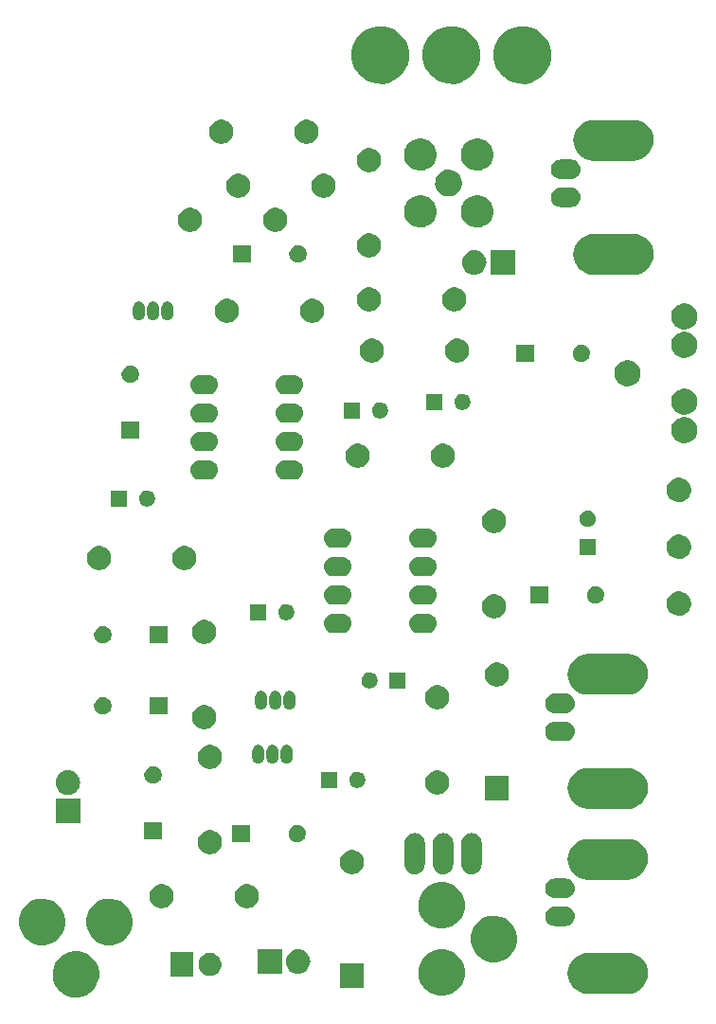
<source format=gbs>
%TF.GenerationSoftware,KiCad,Pcbnew,4.0.4+e1-6308~48~ubuntu16.04.1-stable*%
%TF.CreationDate,2016-12-09T16:05:22-08:00*%
%TF.ProjectId,e202var-vlf-radio-receiver,653230327661722D766C662D72616469,v1.2*%
%TF.FileFunction,Soldermask,Bot*%
%FSLAX46Y46*%
G04 Gerber Fmt 4.6, Leading zero omitted, Abs format (unit mm)*
G04 Created by KiCad (PCBNEW 4.0.4+e1-6308~48~ubuntu16.04.1-stable) date Fri Dec  9 16:05:22 2016*
%MOMM*%
%LPD*%
G01*
G04 APERTURE LIST*
%ADD10C,0.350000*%
G04 APERTURE END LIST*
D10*
G36*
X58081816Y-113622180D02*
X58480656Y-113704051D01*
X58856013Y-113861836D01*
X59193566Y-114089519D01*
X59480468Y-114378430D01*
X59705787Y-114717564D01*
X59860945Y-115094006D01*
X59939962Y-115493069D01*
X59939962Y-115493079D01*
X59940029Y-115493418D01*
X59933535Y-115958476D01*
X59933459Y-115958810D01*
X59933459Y-115958823D01*
X59843330Y-116355525D01*
X59677724Y-116727484D01*
X59443019Y-117060197D01*
X59148162Y-117340986D01*
X58804383Y-117559156D01*
X58424771Y-117706397D01*
X58023797Y-117777100D01*
X57616720Y-117768572D01*
X57219052Y-117681139D01*
X56845941Y-117518131D01*
X56511603Y-117285760D01*
X56228762Y-116992870D01*
X56008198Y-116650620D01*
X55858308Y-116272044D01*
X55784809Y-115871575D01*
X55790493Y-115464449D01*
X55875148Y-115066180D01*
X56035546Y-114691943D01*
X56265581Y-114355985D01*
X56556488Y-114071108D01*
X56897190Y-113848159D01*
X57274707Y-113695632D01*
X57674656Y-113619338D01*
X58081816Y-113622180D01*
X58081816Y-113622180D01*
G37*
G36*
X90769076Y-113446920D02*
X91167916Y-113528791D01*
X91543273Y-113686576D01*
X91880826Y-113914259D01*
X92167728Y-114203170D01*
X92393047Y-114542304D01*
X92548205Y-114918746D01*
X92627222Y-115317809D01*
X92627222Y-115317819D01*
X92627289Y-115318158D01*
X92620795Y-115783216D01*
X92620719Y-115783550D01*
X92620719Y-115783563D01*
X92530590Y-116180265D01*
X92364984Y-116552224D01*
X92130279Y-116884937D01*
X91835422Y-117165726D01*
X91491643Y-117383896D01*
X91112031Y-117531137D01*
X90711057Y-117601840D01*
X90303980Y-117593312D01*
X89906312Y-117505879D01*
X89533201Y-117342871D01*
X89198863Y-117110500D01*
X88916022Y-116817610D01*
X88695458Y-116475360D01*
X88545568Y-116096784D01*
X88472069Y-115696315D01*
X88477753Y-115289189D01*
X88562408Y-114890920D01*
X88722806Y-114516683D01*
X88952841Y-114180725D01*
X89243748Y-113895848D01*
X89584450Y-113672899D01*
X89961967Y-113520372D01*
X90361916Y-113444078D01*
X90769076Y-113446920D01*
X90769076Y-113446920D01*
G37*
G36*
X107200807Y-113782003D02*
X107200813Y-113782004D01*
X107202863Y-113782018D01*
X107557065Y-113821748D01*
X107896804Y-113929520D01*
X108209141Y-114101228D01*
X108482177Y-114330333D01*
X108705513Y-114608107D01*
X108870643Y-114923971D01*
X108971276Y-115265893D01*
X108971279Y-115265929D01*
X108971282Y-115265938D01*
X109003581Y-115620847D01*
X108966330Y-115975273D01*
X108966327Y-115975283D01*
X108966323Y-115975321D01*
X108860926Y-116315804D01*
X108691402Y-116629332D01*
X108464209Y-116903961D01*
X108188001Y-117129231D01*
X107873298Y-117296561D01*
X107532086Y-117399579D01*
X107177364Y-117434360D01*
X103642602Y-117434360D01*
X103619193Y-117434197D01*
X103619187Y-117434196D01*
X103617137Y-117434182D01*
X103262935Y-117394452D01*
X102923196Y-117286680D01*
X102610859Y-117114972D01*
X102337823Y-116885867D01*
X102114487Y-116608093D01*
X101949357Y-116292229D01*
X101848724Y-115950307D01*
X101848721Y-115950271D01*
X101848718Y-115950262D01*
X101816419Y-115595353D01*
X101853670Y-115240927D01*
X101853673Y-115240917D01*
X101853677Y-115240879D01*
X101959074Y-114900396D01*
X102128598Y-114586868D01*
X102355791Y-114312239D01*
X102631999Y-114086969D01*
X102946702Y-113919639D01*
X103287914Y-113816621D01*
X103642636Y-113781840D01*
X107177398Y-113781840D01*
X107200807Y-113782003D01*
X107200807Y-113782003D01*
G37*
G36*
X83625690Y-116899690D02*
X81474310Y-116899690D01*
X81474310Y-114748310D01*
X83625690Y-114748310D01*
X83625690Y-116899690D01*
X83625690Y-116899690D01*
G37*
G36*
X68336200Y-115884200D02*
X66283800Y-115884200D01*
X66283800Y-113731800D01*
X68336200Y-113731800D01*
X68336200Y-115884200D01*
X68336200Y-115884200D01*
G37*
G36*
X69957790Y-113782481D02*
X70154921Y-113822947D01*
X70340451Y-113900937D01*
X70507292Y-114013473D01*
X70649098Y-114156272D01*
X70760466Y-114323895D01*
X70837156Y-114509958D01*
X70876176Y-114707027D01*
X70876176Y-114707032D01*
X70876244Y-114707376D01*
X70873034Y-114937239D01*
X70872957Y-114937577D01*
X70872957Y-114937586D01*
X70828449Y-115133490D01*
X70746596Y-115317335D01*
X70630588Y-115481786D01*
X70484850Y-115620571D01*
X70314931Y-115728405D01*
X70127299Y-115801182D01*
X69929112Y-115836128D01*
X69727905Y-115831913D01*
X69531351Y-115788699D01*
X69346933Y-115708128D01*
X69181682Y-115593275D01*
X69041882Y-115448509D01*
X68932864Y-115279345D01*
X68858777Y-115092224D01*
X68822449Y-114894288D01*
X68825258Y-114693058D01*
X68867102Y-114496205D01*
X68946380Y-114311232D01*
X69060080Y-114145178D01*
X69203865Y-114004373D01*
X69372265Y-113894176D01*
X69558860Y-113818786D01*
X69756540Y-113781077D01*
X69957790Y-113782481D01*
X69957790Y-113782481D01*
G37*
G36*
X77943570Y-113478817D02*
X77943575Y-113478819D01*
X77943617Y-113478823D01*
X78147245Y-113541856D01*
X78334750Y-113643240D01*
X78498993Y-113779114D01*
X78633717Y-113944301D01*
X78733789Y-114132510D01*
X78795399Y-114336572D01*
X78816200Y-114548715D01*
X78816200Y-114559285D01*
X78816094Y-114574534D01*
X78792333Y-114786366D01*
X78727880Y-114989548D01*
X78625189Y-115176342D01*
X78488172Y-115339632D01*
X78322049Y-115473199D01*
X78133145Y-115571955D01*
X77928658Y-115632139D01*
X77928617Y-115632143D01*
X77928613Y-115632144D01*
X77716377Y-115651459D01*
X77504430Y-115629183D01*
X77504425Y-115629181D01*
X77504383Y-115629177D01*
X77300755Y-115566144D01*
X77113250Y-115464760D01*
X76949007Y-115328886D01*
X76814283Y-115163699D01*
X76714211Y-114975490D01*
X76652601Y-114771428D01*
X76631800Y-114559285D01*
X76631800Y-114548715D01*
X76631906Y-114533466D01*
X76655667Y-114321634D01*
X76720120Y-114118452D01*
X76822811Y-113931658D01*
X76959828Y-113768368D01*
X77125951Y-113634801D01*
X77314855Y-113536045D01*
X77519342Y-113475861D01*
X77519383Y-113475857D01*
X77519387Y-113475856D01*
X77731623Y-113456541D01*
X77943570Y-113478817D01*
X77943570Y-113478817D01*
G37*
G36*
X76276200Y-115646200D02*
X74091800Y-115646200D01*
X74091800Y-113461800D01*
X76276200Y-113461800D01*
X76276200Y-115646200D01*
X76276200Y-115646200D01*
G37*
G36*
X95468076Y-110447180D02*
X95866916Y-110529051D01*
X96242273Y-110686836D01*
X96579826Y-110914519D01*
X96866728Y-111203430D01*
X97092047Y-111542564D01*
X97247205Y-111919006D01*
X97326222Y-112318069D01*
X97326222Y-112318079D01*
X97326289Y-112318418D01*
X97319795Y-112783476D01*
X97319719Y-112783810D01*
X97319719Y-112783823D01*
X97229590Y-113180525D01*
X97063984Y-113552484D01*
X96829279Y-113885197D01*
X96534422Y-114165986D01*
X96190643Y-114384156D01*
X95811031Y-114531397D01*
X95410057Y-114602100D01*
X95002980Y-114593572D01*
X94605312Y-114506139D01*
X94232201Y-114343131D01*
X93897863Y-114110760D01*
X93615022Y-113817870D01*
X93394458Y-113475620D01*
X93244568Y-113097044D01*
X93171069Y-112696575D01*
X93176753Y-112289449D01*
X93261408Y-111891180D01*
X93421806Y-111516943D01*
X93651841Y-111180985D01*
X93942748Y-110896108D01*
X94283450Y-110673159D01*
X94660967Y-110520632D01*
X95060916Y-110444338D01*
X95468076Y-110447180D01*
X95468076Y-110447180D01*
G37*
G36*
X61081556Y-108923180D02*
X61480396Y-109005051D01*
X61855753Y-109162836D01*
X62193306Y-109390519D01*
X62480208Y-109679430D01*
X62705527Y-110018564D01*
X62860685Y-110395006D01*
X62939702Y-110794069D01*
X62939702Y-110794079D01*
X62939769Y-110794418D01*
X62933275Y-111259476D01*
X62933199Y-111259810D01*
X62933199Y-111259823D01*
X62843070Y-111656525D01*
X62677464Y-112028484D01*
X62442759Y-112361197D01*
X62147902Y-112641986D01*
X61804123Y-112860156D01*
X61424511Y-113007397D01*
X61023537Y-113078100D01*
X60616460Y-113069572D01*
X60218792Y-112982139D01*
X59845681Y-112819131D01*
X59511343Y-112586760D01*
X59228502Y-112293870D01*
X59007938Y-111951620D01*
X58858048Y-111573044D01*
X58784549Y-111172575D01*
X58790233Y-110765449D01*
X58874888Y-110367180D01*
X59035286Y-109992943D01*
X59265321Y-109656985D01*
X59556228Y-109372108D01*
X59896930Y-109149159D01*
X60274447Y-108996632D01*
X60674396Y-108920338D01*
X61081556Y-108923180D01*
X61081556Y-108923180D01*
G37*
G36*
X55082076Y-108923180D02*
X55480916Y-109005051D01*
X55856273Y-109162836D01*
X56193826Y-109390519D01*
X56480728Y-109679430D01*
X56706047Y-110018564D01*
X56861205Y-110395006D01*
X56940222Y-110794069D01*
X56940222Y-110794079D01*
X56940289Y-110794418D01*
X56933795Y-111259476D01*
X56933719Y-111259810D01*
X56933719Y-111259823D01*
X56843590Y-111656525D01*
X56677984Y-112028484D01*
X56443279Y-112361197D01*
X56148422Y-112641986D01*
X55804643Y-112860156D01*
X55425031Y-113007397D01*
X55024057Y-113078100D01*
X54616980Y-113069572D01*
X54219312Y-112982139D01*
X53846201Y-112819131D01*
X53511863Y-112586760D01*
X53229022Y-112293870D01*
X53008458Y-111951620D01*
X52858568Y-111573044D01*
X52785069Y-111172575D01*
X52790753Y-110765449D01*
X52875408Y-110367180D01*
X53035806Y-109992943D01*
X53265841Y-109656985D01*
X53556748Y-109372108D01*
X53897450Y-109149159D01*
X54274967Y-108996632D01*
X54674916Y-108920338D01*
X55082076Y-108923180D01*
X55082076Y-108923180D01*
G37*
G36*
X90769076Y-107447440D02*
X91167916Y-107529311D01*
X91543273Y-107687096D01*
X91880826Y-107914779D01*
X92167728Y-108203690D01*
X92393047Y-108542824D01*
X92548205Y-108919266D01*
X92627222Y-109318329D01*
X92627222Y-109318339D01*
X92627289Y-109318678D01*
X92620795Y-109783736D01*
X92620719Y-109784070D01*
X92620719Y-109784083D01*
X92530590Y-110180785D01*
X92364984Y-110552744D01*
X92130279Y-110885457D01*
X91835422Y-111166246D01*
X91491643Y-111384416D01*
X91112031Y-111531657D01*
X90711057Y-111602360D01*
X90303980Y-111593832D01*
X89906312Y-111506399D01*
X89533201Y-111343391D01*
X89198863Y-111111020D01*
X88916022Y-110818130D01*
X88695458Y-110475880D01*
X88545568Y-110097304D01*
X88472069Y-109696835D01*
X88477753Y-109289709D01*
X88562408Y-108891440D01*
X88722806Y-108517203D01*
X88952841Y-108181245D01*
X89243748Y-107896368D01*
X89584450Y-107673419D01*
X89961967Y-107520892D01*
X90361916Y-107444598D01*
X90769076Y-107447440D01*
X90769076Y-107447440D01*
G37*
G36*
X101606194Y-109631514D02*
X101613570Y-109631565D01*
X101783528Y-109650629D01*
X101946546Y-109702342D01*
X102096416Y-109784733D01*
X102227427Y-109894665D01*
X102334592Y-110027950D01*
X102413826Y-110179512D01*
X102462113Y-110343578D01*
X102462116Y-110343609D01*
X102462120Y-110343623D01*
X102477615Y-110513894D01*
X102459743Y-110683937D01*
X102459742Y-110683942D01*
X102459737Y-110683985D01*
X102409164Y-110847360D01*
X102327821Y-110997801D01*
X102218806Y-111129577D01*
X102086272Y-111237669D01*
X101935267Y-111317960D01*
X101771543Y-111367391D01*
X101601335Y-111384080D01*
X100689308Y-111384080D01*
X100684486Y-111384046D01*
X100677110Y-111383995D01*
X100507152Y-111364931D01*
X100344134Y-111313218D01*
X100194264Y-111230827D01*
X100063253Y-111120895D01*
X99956088Y-110987610D01*
X99876854Y-110836048D01*
X99828567Y-110671982D01*
X99828564Y-110671951D01*
X99828560Y-110671937D01*
X99813065Y-110501666D01*
X99830937Y-110331623D01*
X99830938Y-110331618D01*
X99830943Y-110331575D01*
X99881516Y-110168200D01*
X99962859Y-110017759D01*
X100071874Y-109885983D01*
X100204408Y-109777891D01*
X100355413Y-109697600D01*
X100519137Y-109648169D01*
X100689345Y-109631480D01*
X101601372Y-109631480D01*
X101606194Y-109631514D01*
X101606194Y-109631514D01*
G37*
G36*
X73264988Y-107637024D02*
X73471626Y-107679441D01*
X73666104Y-107761192D01*
X73840991Y-107879155D01*
X73989636Y-108028841D01*
X74106375Y-108204548D01*
X74186763Y-108399584D01*
X74227669Y-108606174D01*
X74227669Y-108606184D01*
X74227736Y-108606523D01*
X74224372Y-108847472D01*
X74224295Y-108847810D01*
X74224295Y-108847819D01*
X74177637Y-109053187D01*
X74091836Y-109245899D01*
X73970234Y-109418280D01*
X73817466Y-109563759D01*
X73639353Y-109676793D01*
X73442672Y-109753080D01*
X73234927Y-109789712D01*
X73024017Y-109785293D01*
X72817984Y-109739995D01*
X72624672Y-109655538D01*
X72451451Y-109535146D01*
X72304909Y-109383399D01*
X72190633Y-109206076D01*
X72112973Y-109009931D01*
X72074893Y-108802449D01*
X72077838Y-108591515D01*
X72121699Y-108385168D01*
X72204802Y-108191274D01*
X72323985Y-108017212D01*
X72474704Y-107869616D01*
X72651225Y-107754105D01*
X72846819Y-107675079D01*
X73054033Y-107635552D01*
X73264988Y-107637024D01*
X73264988Y-107637024D01*
G37*
G36*
X65644988Y-107637024D02*
X65851626Y-107679441D01*
X66046104Y-107761192D01*
X66220991Y-107879155D01*
X66369636Y-108028841D01*
X66486375Y-108204548D01*
X66566763Y-108399584D01*
X66607669Y-108606174D01*
X66607669Y-108606184D01*
X66607736Y-108606523D01*
X66604372Y-108847472D01*
X66604295Y-108847810D01*
X66604295Y-108847819D01*
X66557637Y-109053187D01*
X66471836Y-109245899D01*
X66350234Y-109418280D01*
X66197466Y-109563759D01*
X66019353Y-109676793D01*
X65822672Y-109753080D01*
X65614927Y-109789712D01*
X65404017Y-109785293D01*
X65197984Y-109739995D01*
X65004672Y-109655538D01*
X64831451Y-109535146D01*
X64684909Y-109383399D01*
X64570633Y-109206076D01*
X64492973Y-109009931D01*
X64454893Y-108802449D01*
X64457838Y-108591515D01*
X64501699Y-108385168D01*
X64584802Y-108191274D01*
X64703985Y-108017212D01*
X64854704Y-107869616D01*
X65031225Y-107754105D01*
X65226819Y-107675079D01*
X65434033Y-107635552D01*
X65644988Y-107637024D01*
X65644988Y-107637024D01*
G37*
G36*
X101606194Y-107132154D02*
X101613570Y-107132205D01*
X101783528Y-107151269D01*
X101946546Y-107202982D01*
X102096416Y-107285373D01*
X102227427Y-107395305D01*
X102334592Y-107528590D01*
X102413826Y-107680152D01*
X102462113Y-107844218D01*
X102462116Y-107844249D01*
X102462120Y-107844263D01*
X102477615Y-108014534D01*
X102459743Y-108184577D01*
X102459742Y-108184582D01*
X102459737Y-108184625D01*
X102409164Y-108348000D01*
X102327821Y-108498441D01*
X102218806Y-108630217D01*
X102086272Y-108738309D01*
X101935267Y-108818600D01*
X101771543Y-108868031D01*
X101601335Y-108884720D01*
X100689308Y-108884720D01*
X100684486Y-108884686D01*
X100677110Y-108884635D01*
X100507152Y-108865571D01*
X100344134Y-108813858D01*
X100194264Y-108731467D01*
X100063253Y-108621535D01*
X99956088Y-108488250D01*
X99876854Y-108336688D01*
X99828567Y-108172622D01*
X99828564Y-108172591D01*
X99828560Y-108172577D01*
X99813065Y-108002306D01*
X99830937Y-107832263D01*
X99830938Y-107832258D01*
X99830943Y-107832215D01*
X99881516Y-107668840D01*
X99962859Y-107518399D01*
X100071874Y-107386623D01*
X100204408Y-107278531D01*
X100355413Y-107198240D01*
X100519137Y-107148809D01*
X100689345Y-107132120D01*
X101601372Y-107132120D01*
X101606194Y-107132154D01*
X101606194Y-107132154D01*
G37*
G36*
X107200807Y-103583903D02*
X107200813Y-103583904D01*
X107202863Y-103583918D01*
X107557065Y-103623648D01*
X107896804Y-103731420D01*
X108209141Y-103903128D01*
X108482177Y-104132233D01*
X108705513Y-104410007D01*
X108870643Y-104725871D01*
X108971276Y-105067793D01*
X108971279Y-105067829D01*
X108971282Y-105067838D01*
X109003581Y-105422747D01*
X108966330Y-105777173D01*
X108966327Y-105777183D01*
X108966323Y-105777221D01*
X108860926Y-106117704D01*
X108691402Y-106431232D01*
X108464209Y-106705861D01*
X108188001Y-106931131D01*
X107873298Y-107098461D01*
X107532086Y-107201479D01*
X107177364Y-107236260D01*
X103642602Y-107236260D01*
X103619193Y-107236097D01*
X103619187Y-107236096D01*
X103617137Y-107236082D01*
X103262935Y-107196352D01*
X102923196Y-107088580D01*
X102610859Y-106916872D01*
X102337823Y-106687767D01*
X102114487Y-106409993D01*
X101949357Y-106094129D01*
X101848724Y-105752207D01*
X101848721Y-105752171D01*
X101848718Y-105752162D01*
X101816419Y-105397253D01*
X101853670Y-105042827D01*
X101853673Y-105042817D01*
X101853677Y-105042779D01*
X101959074Y-104702296D01*
X102128598Y-104388768D01*
X102355791Y-104114139D01*
X102631999Y-103888869D01*
X102946702Y-103721539D01*
X103287914Y-103618521D01*
X103642636Y-103583740D01*
X107177398Y-103583740D01*
X107200807Y-103583903D01*
X107200807Y-103583903D01*
G37*
G36*
X82662988Y-104589024D02*
X82869626Y-104631441D01*
X83064104Y-104713192D01*
X83238991Y-104831155D01*
X83387636Y-104980841D01*
X83504375Y-105156548D01*
X83584763Y-105351584D01*
X83625669Y-105558174D01*
X83625669Y-105558184D01*
X83625736Y-105558523D01*
X83622372Y-105799472D01*
X83622295Y-105799810D01*
X83622295Y-105799819D01*
X83575637Y-106005187D01*
X83489836Y-106197899D01*
X83368234Y-106370280D01*
X83215466Y-106515759D01*
X83037353Y-106628793D01*
X82840672Y-106705080D01*
X82632927Y-106741712D01*
X82422017Y-106737293D01*
X82215984Y-106691995D01*
X82022672Y-106607538D01*
X81849451Y-106487146D01*
X81702909Y-106335399D01*
X81588633Y-106158076D01*
X81510973Y-105961931D01*
X81472893Y-105754449D01*
X81475838Y-105543515D01*
X81519699Y-105337168D01*
X81602802Y-105143274D01*
X81721985Y-104969212D01*
X81872704Y-104821616D01*
X82049225Y-104706105D01*
X82244819Y-104627079D01*
X82452033Y-104587552D01*
X82662988Y-104589024D01*
X82662988Y-104589024D01*
G37*
G36*
X90864117Y-103085807D02*
X90864127Y-103085810D01*
X90864164Y-103085814D01*
X91036774Y-103139245D01*
X91195718Y-103225186D01*
X91334942Y-103340363D01*
X91449143Y-103480388D01*
X91533972Y-103639928D01*
X91586198Y-103812906D01*
X91603830Y-103992734D01*
X91603830Y-105811302D01*
X91603755Y-105822137D01*
X91603754Y-105822144D01*
X91603740Y-105824193D01*
X91583598Y-106003757D01*
X91528963Y-106175989D01*
X91441915Y-106334329D01*
X91325769Y-106472746D01*
X91184950Y-106585968D01*
X91024822Y-106669681D01*
X90851483Y-106720697D01*
X90851447Y-106720700D01*
X90851438Y-106720703D01*
X90671539Y-106737075D01*
X90491883Y-106718193D01*
X90491873Y-106718190D01*
X90491836Y-106718186D01*
X90319226Y-106664755D01*
X90160282Y-106578814D01*
X90021058Y-106463637D01*
X89906857Y-106323612D01*
X89822028Y-106164072D01*
X89769802Y-105991094D01*
X89752170Y-105811266D01*
X89752170Y-103992698D01*
X89752245Y-103981863D01*
X89752246Y-103981856D01*
X89752260Y-103979807D01*
X89772402Y-103800243D01*
X89827037Y-103628011D01*
X89914085Y-103469671D01*
X90030231Y-103331254D01*
X90171050Y-103218032D01*
X90331178Y-103134319D01*
X90504517Y-103083303D01*
X90504553Y-103083300D01*
X90504562Y-103083297D01*
X90684461Y-103066925D01*
X90864117Y-103085807D01*
X90864117Y-103085807D01*
G37*
G36*
X93404117Y-103085807D02*
X93404127Y-103085810D01*
X93404164Y-103085814D01*
X93576774Y-103139245D01*
X93735718Y-103225186D01*
X93874942Y-103340363D01*
X93989143Y-103480388D01*
X94073972Y-103639928D01*
X94126198Y-103812906D01*
X94143830Y-103992734D01*
X94143830Y-105811302D01*
X94143755Y-105822137D01*
X94143754Y-105822144D01*
X94143740Y-105824193D01*
X94123598Y-106003757D01*
X94068963Y-106175989D01*
X93981915Y-106334329D01*
X93865769Y-106472746D01*
X93724950Y-106585968D01*
X93564822Y-106669681D01*
X93391483Y-106720697D01*
X93391447Y-106720700D01*
X93391438Y-106720703D01*
X93211539Y-106737075D01*
X93031883Y-106718193D01*
X93031873Y-106718190D01*
X93031836Y-106718186D01*
X92859226Y-106664755D01*
X92700282Y-106578814D01*
X92561058Y-106463637D01*
X92446857Y-106323612D01*
X92362028Y-106164072D01*
X92309802Y-105991094D01*
X92292170Y-105811266D01*
X92292170Y-103992698D01*
X92292245Y-103981863D01*
X92292246Y-103981856D01*
X92292260Y-103979807D01*
X92312402Y-103800243D01*
X92367037Y-103628011D01*
X92454085Y-103469671D01*
X92570231Y-103331254D01*
X92711050Y-103218032D01*
X92871178Y-103134319D01*
X93044517Y-103083303D01*
X93044553Y-103083300D01*
X93044562Y-103083297D01*
X93224461Y-103066925D01*
X93404117Y-103085807D01*
X93404117Y-103085807D01*
G37*
G36*
X88324117Y-103085807D02*
X88324127Y-103085810D01*
X88324164Y-103085814D01*
X88496774Y-103139245D01*
X88655718Y-103225186D01*
X88794942Y-103340363D01*
X88909143Y-103480388D01*
X88993972Y-103639928D01*
X89046198Y-103812906D01*
X89063830Y-103992734D01*
X89063830Y-105811302D01*
X89063755Y-105822137D01*
X89063754Y-105822144D01*
X89063740Y-105824193D01*
X89043598Y-106003757D01*
X88988963Y-106175989D01*
X88901915Y-106334329D01*
X88785769Y-106472746D01*
X88644950Y-106585968D01*
X88484822Y-106669681D01*
X88311483Y-106720697D01*
X88311447Y-106720700D01*
X88311438Y-106720703D01*
X88131539Y-106737075D01*
X87951883Y-106718193D01*
X87951873Y-106718190D01*
X87951836Y-106718186D01*
X87779226Y-106664755D01*
X87620282Y-106578814D01*
X87481058Y-106463637D01*
X87366857Y-106323612D01*
X87282028Y-106164072D01*
X87229802Y-105991094D01*
X87212170Y-105811266D01*
X87212170Y-103992698D01*
X87212245Y-103981863D01*
X87212246Y-103981856D01*
X87212260Y-103979807D01*
X87232402Y-103800243D01*
X87287037Y-103628011D01*
X87374085Y-103469671D01*
X87490231Y-103331254D01*
X87631050Y-103218032D01*
X87791178Y-103134319D01*
X87964517Y-103083303D01*
X87964553Y-103083300D01*
X87964562Y-103083297D01*
X88144461Y-103066925D01*
X88324117Y-103085807D01*
X88324117Y-103085807D01*
G37*
G36*
X69962988Y-102811024D02*
X70169626Y-102853441D01*
X70364104Y-102935192D01*
X70538991Y-103053155D01*
X70687636Y-103202841D01*
X70804375Y-103378548D01*
X70884763Y-103573584D01*
X70925669Y-103780174D01*
X70925669Y-103780184D01*
X70925736Y-103780523D01*
X70922372Y-104021472D01*
X70922295Y-104021810D01*
X70922295Y-104021819D01*
X70875637Y-104227187D01*
X70789836Y-104419899D01*
X70668234Y-104592280D01*
X70515466Y-104737759D01*
X70337353Y-104850793D01*
X70140672Y-104927080D01*
X69932927Y-104963712D01*
X69722017Y-104959293D01*
X69515984Y-104913995D01*
X69322672Y-104829538D01*
X69149451Y-104709146D01*
X69002909Y-104557399D01*
X68888633Y-104380076D01*
X68810973Y-104183931D01*
X68772893Y-103976449D01*
X68775838Y-103765515D01*
X68819699Y-103559168D01*
X68902802Y-103365274D01*
X69021985Y-103191212D01*
X69172704Y-103043616D01*
X69349225Y-102928105D01*
X69544819Y-102849079D01*
X69752033Y-102809552D01*
X69962988Y-102811024D01*
X69962988Y-102811024D01*
G37*
G36*
X77725531Y-102348315D02*
X77874636Y-102378923D01*
X78014969Y-102437913D01*
X78141162Y-102523032D01*
X78248424Y-102631044D01*
X78332662Y-102757834D01*
X78390667Y-102898565D01*
X78418090Y-103037060D01*
X78420234Y-103047890D01*
X78417806Y-103221754D01*
X78417728Y-103222097D01*
X78417728Y-103222101D01*
X78384082Y-103370196D01*
X78322170Y-103509252D01*
X78234424Y-103633640D01*
X78124189Y-103738615D01*
X77995664Y-103820180D01*
X77853746Y-103875226D01*
X77703840Y-103901659D01*
X77551649Y-103898470D01*
X77402980Y-103865784D01*
X77263488Y-103804841D01*
X77138496Y-103717969D01*
X77032754Y-103608470D01*
X76950294Y-103480517D01*
X76894256Y-103338982D01*
X76866778Y-103189266D01*
X76868903Y-103037060D01*
X76900553Y-102888163D01*
X76960517Y-102748253D01*
X77046518Y-102622653D01*
X77155275Y-102516150D01*
X77282650Y-102432799D01*
X77423787Y-102375775D01*
X77573308Y-102347253D01*
X77725531Y-102348315D01*
X77725531Y-102348315D01*
G37*
G36*
X73420200Y-103900200D02*
X71867800Y-103900200D01*
X71867800Y-102347800D01*
X73420200Y-102347800D01*
X73420200Y-103900200D01*
X73420200Y-103900200D01*
G37*
G36*
X65546200Y-103646200D02*
X63993800Y-103646200D01*
X63993800Y-102093800D01*
X65546200Y-102093800D01*
X65546200Y-103646200D01*
X65546200Y-103646200D01*
G37*
G36*
X58242200Y-102184200D02*
X56057800Y-102184200D01*
X56057800Y-99999800D01*
X58242200Y-99999800D01*
X58242200Y-102184200D01*
X58242200Y-102184200D01*
G37*
G36*
X107200807Y-97254223D02*
X107200813Y-97254224D01*
X107202863Y-97254238D01*
X107557065Y-97293968D01*
X107896804Y-97401740D01*
X108209141Y-97573448D01*
X108482177Y-97802553D01*
X108705513Y-98080327D01*
X108870643Y-98396191D01*
X108971276Y-98738113D01*
X108971279Y-98738149D01*
X108971282Y-98738158D01*
X109003581Y-99093067D01*
X108966330Y-99447493D01*
X108966327Y-99447503D01*
X108966323Y-99447541D01*
X108860926Y-99788024D01*
X108691402Y-100101552D01*
X108464209Y-100376181D01*
X108188001Y-100601451D01*
X107873298Y-100768781D01*
X107532086Y-100871799D01*
X107177364Y-100906580D01*
X103642602Y-100906580D01*
X103619193Y-100906417D01*
X103619187Y-100906416D01*
X103617137Y-100906402D01*
X103262935Y-100866672D01*
X102923196Y-100758900D01*
X102610859Y-100587192D01*
X102337823Y-100358087D01*
X102114487Y-100080313D01*
X101949357Y-99764449D01*
X101848724Y-99422527D01*
X101848721Y-99422491D01*
X101848718Y-99422482D01*
X101816419Y-99067573D01*
X101853670Y-98713147D01*
X101853673Y-98713137D01*
X101853677Y-98713099D01*
X101959074Y-98372616D01*
X102128598Y-98059088D01*
X102355791Y-97784459D01*
X102631999Y-97559189D01*
X102946702Y-97391859D01*
X103287914Y-97288841D01*
X103642636Y-97254060D01*
X107177398Y-97254060D01*
X107200807Y-97254223D01*
X107200807Y-97254223D01*
G37*
G36*
X96579690Y-100135690D02*
X94428310Y-100135690D01*
X94428310Y-97984310D01*
X96579690Y-97984310D01*
X96579690Y-100135690D01*
X96579690Y-100135690D01*
G37*
G36*
X57161395Y-97459842D02*
X57170534Y-97459906D01*
X57382366Y-97483667D01*
X57585548Y-97548120D01*
X57772342Y-97650811D01*
X57935632Y-97787828D01*
X58069199Y-97953951D01*
X58167955Y-98142855D01*
X58228139Y-98347342D01*
X58228143Y-98347383D01*
X58228144Y-98347387D01*
X58247459Y-98559623D01*
X58225183Y-98771570D01*
X58225181Y-98771575D01*
X58225177Y-98771617D01*
X58162144Y-98975245D01*
X58060760Y-99162750D01*
X57924886Y-99326993D01*
X57759699Y-99461717D01*
X57571490Y-99561789D01*
X57367428Y-99623399D01*
X57155285Y-99644200D01*
X57144679Y-99644200D01*
X57138605Y-99644158D01*
X57129466Y-99644094D01*
X56917634Y-99620333D01*
X56714452Y-99555880D01*
X56527658Y-99453189D01*
X56364368Y-99316172D01*
X56230801Y-99150049D01*
X56132045Y-98961145D01*
X56071861Y-98756658D01*
X56071857Y-98756617D01*
X56071856Y-98756613D01*
X56052541Y-98544377D01*
X56074817Y-98332430D01*
X56074819Y-98332425D01*
X56074823Y-98332383D01*
X56137856Y-98128755D01*
X56239240Y-97941250D01*
X56375114Y-97777007D01*
X56540301Y-97642283D01*
X56728510Y-97542211D01*
X56932572Y-97480601D01*
X57144715Y-97459800D01*
X57155321Y-97459800D01*
X57161395Y-97459842D01*
X57161395Y-97459842D01*
G37*
G36*
X90282988Y-97477024D02*
X90489626Y-97519441D01*
X90684104Y-97601192D01*
X90858991Y-97719155D01*
X91007636Y-97868841D01*
X91124375Y-98044548D01*
X91204763Y-98239584D01*
X91245669Y-98446174D01*
X91245669Y-98446184D01*
X91245736Y-98446523D01*
X91242372Y-98687472D01*
X91242295Y-98687810D01*
X91242295Y-98687819D01*
X91195637Y-98893187D01*
X91109836Y-99085899D01*
X90988234Y-99258280D01*
X90835466Y-99403759D01*
X90657353Y-99516793D01*
X90460672Y-99593080D01*
X90252927Y-99629712D01*
X90042017Y-99625293D01*
X89835984Y-99579995D01*
X89642672Y-99495538D01*
X89469451Y-99375146D01*
X89322909Y-99223399D01*
X89208633Y-99046076D01*
X89130973Y-98849931D01*
X89092893Y-98642449D01*
X89095838Y-98431515D01*
X89139699Y-98225168D01*
X89222802Y-98031274D01*
X89341985Y-97857212D01*
X89492704Y-97709616D01*
X89669225Y-97594105D01*
X89864819Y-97515079D01*
X90072033Y-97475552D01*
X90282988Y-97477024D01*
X90282988Y-97477024D01*
G37*
G36*
X83094280Y-97572281D02*
X83233779Y-97600917D01*
X83365073Y-97656108D01*
X83483140Y-97735745D01*
X83583491Y-97836798D01*
X83662300Y-97955417D01*
X83716571Y-98087087D01*
X83744164Y-98226443D01*
X83744164Y-98226453D01*
X83744231Y-98226792D01*
X83741960Y-98389457D01*
X83741883Y-98389795D01*
X83741883Y-98389804D01*
X83710409Y-98528337D01*
X83652486Y-98658436D01*
X83570391Y-98774811D01*
X83467258Y-98873024D01*
X83347013Y-98949334D01*
X83214233Y-99000836D01*
X83073985Y-99025566D01*
X82931599Y-99022583D01*
X82792504Y-98992001D01*
X82661999Y-98934985D01*
X82545058Y-98853709D01*
X82446127Y-98751263D01*
X82368979Y-98631552D01*
X82316550Y-98499133D01*
X82290843Y-98359063D01*
X82292831Y-98216661D01*
X82322442Y-98077355D01*
X82378544Y-97946457D01*
X82459005Y-97828947D01*
X82560756Y-97729305D01*
X82679926Y-97651323D01*
X82811972Y-97597972D01*
X82951862Y-97571287D01*
X83094280Y-97572281D01*
X83094280Y-97572281D01*
G37*
G36*
X81244200Y-99024200D02*
X79791800Y-99024200D01*
X79791800Y-97571800D01*
X81244200Y-97571800D01*
X81244200Y-99024200D01*
X81244200Y-99024200D01*
G37*
G36*
X64851531Y-97094315D02*
X65000636Y-97124923D01*
X65140969Y-97183913D01*
X65267162Y-97269032D01*
X65374424Y-97377044D01*
X65458662Y-97503834D01*
X65516667Y-97644565D01*
X65544090Y-97783060D01*
X65546234Y-97793890D01*
X65543806Y-97967754D01*
X65543728Y-97968097D01*
X65543728Y-97968101D01*
X65510082Y-98116196D01*
X65448170Y-98255252D01*
X65360424Y-98379640D01*
X65250189Y-98484615D01*
X65121664Y-98566180D01*
X64979746Y-98621226D01*
X64829840Y-98647659D01*
X64677649Y-98644470D01*
X64528980Y-98611784D01*
X64389488Y-98550841D01*
X64264496Y-98463969D01*
X64158754Y-98354470D01*
X64076294Y-98226517D01*
X64020256Y-98084982D01*
X63992778Y-97935266D01*
X63994903Y-97783060D01*
X64026553Y-97634163D01*
X64086517Y-97494253D01*
X64172518Y-97368653D01*
X64281275Y-97262150D01*
X64408650Y-97178799D01*
X64549787Y-97121775D01*
X64699308Y-97093253D01*
X64851531Y-97094315D01*
X64851531Y-97094315D01*
G37*
G36*
X69962988Y-95191024D02*
X70169626Y-95233441D01*
X70364104Y-95315192D01*
X70538991Y-95433155D01*
X70687636Y-95582841D01*
X70804375Y-95758548D01*
X70884763Y-95953584D01*
X70925669Y-96160174D01*
X70925669Y-96160184D01*
X70925736Y-96160523D01*
X70922372Y-96401472D01*
X70922295Y-96401810D01*
X70922295Y-96401819D01*
X70875637Y-96607187D01*
X70789836Y-96799899D01*
X70668234Y-96972280D01*
X70515466Y-97117759D01*
X70337353Y-97230793D01*
X70140672Y-97307080D01*
X69932927Y-97343712D01*
X69722017Y-97339293D01*
X69515984Y-97293995D01*
X69322672Y-97209538D01*
X69149451Y-97089146D01*
X69002909Y-96937399D01*
X68888633Y-96760076D01*
X68810973Y-96563931D01*
X68772893Y-96356449D01*
X68775838Y-96145515D01*
X68819699Y-95939168D01*
X68902802Y-95745274D01*
X69021985Y-95571212D01*
X69172704Y-95423616D01*
X69349225Y-95308105D01*
X69544819Y-95229079D01*
X69752033Y-95189552D01*
X69962988Y-95191024D01*
X69962988Y-95191024D01*
G37*
G36*
X74273676Y-95191963D02*
X74273681Y-95191965D01*
X74273723Y-95191969D01*
X74371748Y-95222313D01*
X74462012Y-95271119D01*
X74541078Y-95336527D01*
X74605933Y-95416048D01*
X74654108Y-95506651D01*
X74683767Y-95604885D01*
X74693780Y-95707010D01*
X74693780Y-96316990D01*
X74693729Y-96324331D01*
X74682290Y-96426306D01*
X74651263Y-96524117D01*
X74601828Y-96614038D01*
X74535869Y-96692645D01*
X74455898Y-96756944D01*
X74364961Y-96804485D01*
X74266521Y-96833457D01*
X74266485Y-96833460D01*
X74266476Y-96833463D01*
X74164333Y-96842759D01*
X74062324Y-96832037D01*
X74062319Y-96832035D01*
X74062277Y-96832031D01*
X73964252Y-96801687D01*
X73873988Y-96752881D01*
X73794922Y-96687473D01*
X73730067Y-96607952D01*
X73681892Y-96517349D01*
X73652233Y-96419115D01*
X73642220Y-96316990D01*
X73642220Y-95707010D01*
X73642271Y-95699669D01*
X73653710Y-95597694D01*
X73684737Y-95499883D01*
X73734172Y-95409962D01*
X73800131Y-95331355D01*
X73880102Y-95267056D01*
X73971039Y-95219515D01*
X74069479Y-95190543D01*
X74069515Y-95190540D01*
X74069524Y-95190537D01*
X74171667Y-95181241D01*
X74273676Y-95191963D01*
X74273676Y-95191963D01*
G37*
G36*
X76813676Y-95191963D02*
X76813681Y-95191965D01*
X76813723Y-95191969D01*
X76911748Y-95222313D01*
X77002012Y-95271119D01*
X77081078Y-95336527D01*
X77145933Y-95416048D01*
X77194108Y-95506651D01*
X77223767Y-95604885D01*
X77233780Y-95707010D01*
X77233780Y-96316990D01*
X77233729Y-96324331D01*
X77222290Y-96426306D01*
X77191263Y-96524117D01*
X77141828Y-96614038D01*
X77075869Y-96692645D01*
X76995898Y-96756944D01*
X76904961Y-96804485D01*
X76806521Y-96833457D01*
X76806485Y-96833460D01*
X76806476Y-96833463D01*
X76704333Y-96842759D01*
X76602324Y-96832037D01*
X76602319Y-96832035D01*
X76602277Y-96832031D01*
X76504252Y-96801687D01*
X76413988Y-96752881D01*
X76334922Y-96687473D01*
X76270067Y-96607952D01*
X76221892Y-96517349D01*
X76192233Y-96419115D01*
X76182220Y-96316990D01*
X76182220Y-95707010D01*
X76182271Y-95699669D01*
X76193710Y-95597694D01*
X76224737Y-95499883D01*
X76274172Y-95409962D01*
X76340131Y-95331355D01*
X76420102Y-95267056D01*
X76511039Y-95219515D01*
X76609479Y-95190543D01*
X76609515Y-95190540D01*
X76609524Y-95190537D01*
X76711667Y-95181241D01*
X76813676Y-95191963D01*
X76813676Y-95191963D01*
G37*
G36*
X75543676Y-95191963D02*
X75543681Y-95191965D01*
X75543723Y-95191969D01*
X75641748Y-95222313D01*
X75732012Y-95271119D01*
X75811078Y-95336527D01*
X75875933Y-95416048D01*
X75924108Y-95506651D01*
X75953767Y-95604885D01*
X75963780Y-95707010D01*
X75963780Y-96316990D01*
X75963729Y-96324331D01*
X75952290Y-96426306D01*
X75921263Y-96524117D01*
X75871828Y-96614038D01*
X75805869Y-96692645D01*
X75725898Y-96756944D01*
X75634961Y-96804485D01*
X75536521Y-96833457D01*
X75536485Y-96833460D01*
X75536476Y-96833463D01*
X75434333Y-96842759D01*
X75332324Y-96832037D01*
X75332319Y-96832035D01*
X75332277Y-96832031D01*
X75234252Y-96801687D01*
X75143988Y-96752881D01*
X75064922Y-96687473D01*
X75000067Y-96607952D01*
X74951892Y-96517349D01*
X74922233Y-96419115D01*
X74912220Y-96316990D01*
X74912220Y-95707010D01*
X74912271Y-95699669D01*
X74923710Y-95597694D01*
X74954737Y-95499883D01*
X75004172Y-95409962D01*
X75070131Y-95331355D01*
X75150102Y-95267056D01*
X75241039Y-95219515D01*
X75339479Y-95190543D01*
X75339515Y-95190540D01*
X75339524Y-95190537D01*
X75441667Y-95181241D01*
X75543676Y-95191963D01*
X75543676Y-95191963D01*
G37*
G36*
X101606194Y-93103734D02*
X101613570Y-93103785D01*
X101783528Y-93122849D01*
X101946546Y-93174562D01*
X102096416Y-93256953D01*
X102227427Y-93366885D01*
X102334592Y-93500170D01*
X102413826Y-93651732D01*
X102462113Y-93815798D01*
X102462116Y-93815829D01*
X102462120Y-93815843D01*
X102477615Y-93986114D01*
X102459743Y-94156157D01*
X102459742Y-94156162D01*
X102459737Y-94156205D01*
X102409164Y-94319580D01*
X102327821Y-94470021D01*
X102218806Y-94601797D01*
X102086272Y-94709889D01*
X101935267Y-94790180D01*
X101771543Y-94839611D01*
X101601335Y-94856300D01*
X100689308Y-94856300D01*
X100684486Y-94856266D01*
X100677110Y-94856215D01*
X100507152Y-94837151D01*
X100344134Y-94785438D01*
X100194264Y-94703047D01*
X100063253Y-94593115D01*
X99956088Y-94459830D01*
X99876854Y-94308268D01*
X99828567Y-94144202D01*
X99828564Y-94144171D01*
X99828560Y-94144157D01*
X99813065Y-93973886D01*
X99830937Y-93803843D01*
X99830938Y-93803838D01*
X99830943Y-93803795D01*
X99881516Y-93640420D01*
X99962859Y-93489979D01*
X100071874Y-93358203D01*
X100204408Y-93250111D01*
X100355413Y-93169820D01*
X100519137Y-93120389D01*
X100689345Y-93103700D01*
X101601372Y-93103700D01*
X101606194Y-93103734D01*
X101606194Y-93103734D01*
G37*
G36*
X69454988Y-91635024D02*
X69661626Y-91677441D01*
X69856104Y-91759192D01*
X70030991Y-91877155D01*
X70179636Y-92026841D01*
X70296375Y-92202548D01*
X70376763Y-92397584D01*
X70417669Y-92604174D01*
X70417669Y-92604184D01*
X70417736Y-92604523D01*
X70414372Y-92845472D01*
X70414295Y-92845810D01*
X70414295Y-92845819D01*
X70367637Y-93051187D01*
X70281836Y-93243899D01*
X70160234Y-93416280D01*
X70007466Y-93561759D01*
X69829353Y-93674793D01*
X69632672Y-93751080D01*
X69424927Y-93787712D01*
X69214017Y-93783293D01*
X69007984Y-93737995D01*
X68814672Y-93653538D01*
X68641451Y-93533146D01*
X68494909Y-93381399D01*
X68380633Y-93204076D01*
X68302973Y-93007931D01*
X68264893Y-92800449D01*
X68267838Y-92589515D01*
X68311699Y-92383168D01*
X68394802Y-92189274D01*
X68513985Y-92015212D01*
X68664704Y-91867616D01*
X68841225Y-91752105D01*
X69036819Y-91673079D01*
X69244033Y-91633552D01*
X69454988Y-91635024D01*
X69454988Y-91635024D01*
G37*
G36*
X60359531Y-90918315D02*
X60508636Y-90948923D01*
X60648969Y-91007913D01*
X60775162Y-91093032D01*
X60882424Y-91201044D01*
X60966662Y-91327834D01*
X61024667Y-91468565D01*
X61052090Y-91607060D01*
X61054234Y-91617890D01*
X61051806Y-91791754D01*
X61051728Y-91792097D01*
X61051728Y-91792101D01*
X61018082Y-91940196D01*
X60956170Y-92079252D01*
X60868424Y-92203640D01*
X60758189Y-92308615D01*
X60629664Y-92390180D01*
X60487746Y-92445226D01*
X60337840Y-92471659D01*
X60185649Y-92468470D01*
X60036980Y-92435784D01*
X59897488Y-92374841D01*
X59772496Y-92287969D01*
X59666754Y-92178470D01*
X59584294Y-92050517D01*
X59528256Y-91908982D01*
X59500778Y-91759266D01*
X59502903Y-91607060D01*
X59534553Y-91458163D01*
X59594517Y-91318253D01*
X59680518Y-91192653D01*
X59789275Y-91086150D01*
X59916650Y-91002799D01*
X60057787Y-90945775D01*
X60207308Y-90917253D01*
X60359531Y-90918315D01*
X60359531Y-90918315D01*
G37*
G36*
X66054200Y-92470200D02*
X64501800Y-92470200D01*
X64501800Y-90917800D01*
X66054200Y-90917800D01*
X66054200Y-92470200D01*
X66054200Y-92470200D01*
G37*
G36*
X101606194Y-90604374D02*
X101613570Y-90604425D01*
X101783528Y-90623489D01*
X101946546Y-90675202D01*
X102096416Y-90757593D01*
X102227427Y-90867525D01*
X102334592Y-91000810D01*
X102413826Y-91152372D01*
X102462113Y-91316438D01*
X102462116Y-91316469D01*
X102462120Y-91316483D01*
X102477615Y-91486754D01*
X102459743Y-91656797D01*
X102459742Y-91656802D01*
X102459737Y-91656845D01*
X102409164Y-91820220D01*
X102327821Y-91970661D01*
X102218806Y-92102437D01*
X102086272Y-92210529D01*
X101935267Y-92290820D01*
X101771543Y-92340251D01*
X101601335Y-92356940D01*
X100689308Y-92356940D01*
X100684486Y-92356906D01*
X100677110Y-92356855D01*
X100507152Y-92337791D01*
X100344134Y-92286078D01*
X100194264Y-92203687D01*
X100063253Y-92093755D01*
X99956088Y-91960470D01*
X99876854Y-91808908D01*
X99828567Y-91644842D01*
X99828564Y-91644811D01*
X99828560Y-91644797D01*
X99813065Y-91474526D01*
X99830937Y-91304483D01*
X99830938Y-91304478D01*
X99830943Y-91304435D01*
X99881516Y-91141060D01*
X99962859Y-90990619D01*
X100071874Y-90858843D01*
X100204408Y-90750751D01*
X100355413Y-90670460D01*
X100519137Y-90621029D01*
X100689345Y-90604340D01*
X101601372Y-90604340D01*
X101606194Y-90604374D01*
X101606194Y-90604374D01*
G37*
G36*
X77067676Y-90365963D02*
X77067681Y-90365965D01*
X77067723Y-90365969D01*
X77165748Y-90396313D01*
X77256012Y-90445119D01*
X77335078Y-90510527D01*
X77399933Y-90590048D01*
X77448108Y-90680651D01*
X77477767Y-90778885D01*
X77487780Y-90881010D01*
X77487780Y-91490990D01*
X77487729Y-91498331D01*
X77476290Y-91600306D01*
X77445263Y-91698117D01*
X77395828Y-91788038D01*
X77329869Y-91866645D01*
X77249898Y-91930944D01*
X77158961Y-91978485D01*
X77060521Y-92007457D01*
X77060485Y-92007460D01*
X77060476Y-92007463D01*
X76958333Y-92016759D01*
X76856324Y-92006037D01*
X76856319Y-92006035D01*
X76856277Y-92006031D01*
X76758252Y-91975687D01*
X76667988Y-91926881D01*
X76588922Y-91861473D01*
X76524067Y-91781952D01*
X76475892Y-91691349D01*
X76446233Y-91593115D01*
X76436220Y-91490990D01*
X76436220Y-90881010D01*
X76436271Y-90873669D01*
X76447710Y-90771694D01*
X76478737Y-90673883D01*
X76528172Y-90583962D01*
X76594131Y-90505355D01*
X76674102Y-90441056D01*
X76765039Y-90393515D01*
X76863479Y-90364543D01*
X76863515Y-90364540D01*
X76863524Y-90364537D01*
X76965667Y-90355241D01*
X77067676Y-90365963D01*
X77067676Y-90365963D01*
G37*
G36*
X75797676Y-90365963D02*
X75797681Y-90365965D01*
X75797723Y-90365969D01*
X75895748Y-90396313D01*
X75986012Y-90445119D01*
X76065078Y-90510527D01*
X76129933Y-90590048D01*
X76178108Y-90680651D01*
X76207767Y-90778885D01*
X76217780Y-90881010D01*
X76217780Y-91490990D01*
X76217729Y-91498331D01*
X76206290Y-91600306D01*
X76175263Y-91698117D01*
X76125828Y-91788038D01*
X76059869Y-91866645D01*
X75979898Y-91930944D01*
X75888961Y-91978485D01*
X75790521Y-92007457D01*
X75790485Y-92007460D01*
X75790476Y-92007463D01*
X75688333Y-92016759D01*
X75586324Y-92006037D01*
X75586319Y-92006035D01*
X75586277Y-92006031D01*
X75488252Y-91975687D01*
X75397988Y-91926881D01*
X75318922Y-91861473D01*
X75254067Y-91781952D01*
X75205892Y-91691349D01*
X75176233Y-91593115D01*
X75166220Y-91490990D01*
X75166220Y-90881010D01*
X75166271Y-90873669D01*
X75177710Y-90771694D01*
X75208737Y-90673883D01*
X75258172Y-90583962D01*
X75324131Y-90505355D01*
X75404102Y-90441056D01*
X75495039Y-90393515D01*
X75593479Y-90364543D01*
X75593515Y-90364540D01*
X75593524Y-90364537D01*
X75695667Y-90355241D01*
X75797676Y-90365963D01*
X75797676Y-90365963D01*
G37*
G36*
X74527676Y-90365963D02*
X74527681Y-90365965D01*
X74527723Y-90365969D01*
X74625748Y-90396313D01*
X74716012Y-90445119D01*
X74795078Y-90510527D01*
X74859933Y-90590048D01*
X74908108Y-90680651D01*
X74937767Y-90778885D01*
X74947780Y-90881010D01*
X74947780Y-91490990D01*
X74947729Y-91498331D01*
X74936290Y-91600306D01*
X74905263Y-91698117D01*
X74855828Y-91788038D01*
X74789869Y-91866645D01*
X74709898Y-91930944D01*
X74618961Y-91978485D01*
X74520521Y-92007457D01*
X74520485Y-92007460D01*
X74520476Y-92007463D01*
X74418333Y-92016759D01*
X74316324Y-92006037D01*
X74316319Y-92006035D01*
X74316277Y-92006031D01*
X74218252Y-91975687D01*
X74127988Y-91926881D01*
X74048922Y-91861473D01*
X73984067Y-91781952D01*
X73935892Y-91691349D01*
X73906233Y-91593115D01*
X73896220Y-91490990D01*
X73896220Y-90881010D01*
X73896271Y-90873669D01*
X73907710Y-90771694D01*
X73938737Y-90673883D01*
X73988172Y-90583962D01*
X74054131Y-90505355D01*
X74134102Y-90441056D01*
X74225039Y-90393515D01*
X74323479Y-90364543D01*
X74323515Y-90364540D01*
X74323524Y-90364537D01*
X74425667Y-90355241D01*
X74527676Y-90365963D01*
X74527676Y-90365963D01*
G37*
G36*
X90282988Y-89857024D02*
X90489626Y-89899441D01*
X90684104Y-89981192D01*
X90858991Y-90099155D01*
X91007636Y-90248841D01*
X91124375Y-90424548D01*
X91204763Y-90619584D01*
X91245669Y-90826174D01*
X91245669Y-90826184D01*
X91245736Y-90826523D01*
X91242372Y-91067472D01*
X91242295Y-91067810D01*
X91242295Y-91067819D01*
X91195637Y-91273187D01*
X91109836Y-91465899D01*
X90988234Y-91638280D01*
X90835466Y-91783759D01*
X90657353Y-91896793D01*
X90460672Y-91973080D01*
X90252927Y-92009712D01*
X90042017Y-92005293D01*
X89835984Y-91959995D01*
X89642672Y-91875538D01*
X89469451Y-91755146D01*
X89322909Y-91603399D01*
X89208633Y-91426076D01*
X89130973Y-91229931D01*
X89092893Y-91022449D01*
X89095838Y-90811515D01*
X89139699Y-90605168D01*
X89222802Y-90411274D01*
X89341985Y-90237212D01*
X89492704Y-90089616D01*
X89669225Y-89974105D01*
X89864819Y-89895079D01*
X90072033Y-89855552D01*
X90282988Y-89857024D01*
X90282988Y-89857024D01*
G37*
G36*
X107200807Y-87056123D02*
X107200813Y-87056124D01*
X107202863Y-87056138D01*
X107557065Y-87095868D01*
X107896804Y-87203640D01*
X108209141Y-87375348D01*
X108482177Y-87604453D01*
X108705513Y-87882227D01*
X108870643Y-88198091D01*
X108971276Y-88540013D01*
X108971279Y-88540049D01*
X108971282Y-88540058D01*
X109003581Y-88894967D01*
X108966330Y-89249393D01*
X108966327Y-89249403D01*
X108966323Y-89249441D01*
X108860926Y-89589924D01*
X108691402Y-89903452D01*
X108464209Y-90178081D01*
X108188001Y-90403351D01*
X107873298Y-90570681D01*
X107532086Y-90673699D01*
X107177364Y-90708480D01*
X103642602Y-90708480D01*
X103619193Y-90708317D01*
X103619187Y-90708316D01*
X103617137Y-90708302D01*
X103262935Y-90668572D01*
X102923196Y-90560800D01*
X102610859Y-90389092D01*
X102337823Y-90159987D01*
X102114487Y-89882213D01*
X101949357Y-89566349D01*
X101848724Y-89224427D01*
X101848721Y-89224391D01*
X101848718Y-89224382D01*
X101816419Y-88869473D01*
X101853670Y-88515047D01*
X101853673Y-88515037D01*
X101853677Y-88514999D01*
X101959074Y-88174516D01*
X102128598Y-87860988D01*
X102355791Y-87586359D01*
X102631999Y-87361089D01*
X102946702Y-87193759D01*
X103287914Y-87090741D01*
X103642636Y-87055960D01*
X107177398Y-87055960D01*
X107200807Y-87056123D01*
X107200807Y-87056123D01*
G37*
G36*
X84190280Y-88682281D02*
X84329779Y-88710917D01*
X84461073Y-88766108D01*
X84579140Y-88845745D01*
X84679491Y-88946798D01*
X84758300Y-89065417D01*
X84812571Y-89197087D01*
X84840164Y-89336443D01*
X84840164Y-89336453D01*
X84840231Y-89336792D01*
X84837960Y-89499457D01*
X84837883Y-89499795D01*
X84837883Y-89499804D01*
X84806409Y-89638337D01*
X84748486Y-89768436D01*
X84666391Y-89884811D01*
X84563258Y-89983024D01*
X84443013Y-90059334D01*
X84310233Y-90110836D01*
X84169985Y-90135566D01*
X84027599Y-90132583D01*
X83888504Y-90102001D01*
X83757999Y-90044985D01*
X83641058Y-89963709D01*
X83542127Y-89861263D01*
X83464979Y-89741552D01*
X83412550Y-89609133D01*
X83386843Y-89469063D01*
X83388831Y-89326661D01*
X83418442Y-89187355D01*
X83474544Y-89056457D01*
X83555005Y-88938947D01*
X83656756Y-88839305D01*
X83775926Y-88761323D01*
X83907972Y-88707972D01*
X84047862Y-88681287D01*
X84190280Y-88682281D01*
X84190280Y-88682281D01*
G37*
G36*
X87340200Y-90134200D02*
X85887800Y-90134200D01*
X85887800Y-88681800D01*
X87340200Y-88681800D01*
X87340200Y-90134200D01*
X87340200Y-90134200D01*
G37*
G36*
X95616988Y-87825024D02*
X95823626Y-87867441D01*
X96018104Y-87949192D01*
X96192991Y-88067155D01*
X96341636Y-88216841D01*
X96458375Y-88392548D01*
X96538763Y-88587584D01*
X96579669Y-88794174D01*
X96579669Y-88794184D01*
X96579736Y-88794523D01*
X96576372Y-89035472D01*
X96576295Y-89035810D01*
X96576295Y-89035819D01*
X96529637Y-89241187D01*
X96443836Y-89433899D01*
X96322234Y-89606280D01*
X96169466Y-89751759D01*
X95991353Y-89864793D01*
X95794672Y-89941080D01*
X95586927Y-89977712D01*
X95376017Y-89973293D01*
X95169984Y-89927995D01*
X94976672Y-89843538D01*
X94803451Y-89723146D01*
X94656909Y-89571399D01*
X94542633Y-89394076D01*
X94464973Y-89197931D01*
X94426893Y-88990449D01*
X94429838Y-88779515D01*
X94473699Y-88573168D01*
X94556802Y-88379274D01*
X94675985Y-88205212D01*
X94826704Y-88057616D01*
X95003225Y-87942105D01*
X95198819Y-87863079D01*
X95406033Y-87823552D01*
X95616988Y-87825024D01*
X95616988Y-87825024D01*
G37*
G36*
X69454988Y-84015024D02*
X69661626Y-84057441D01*
X69856104Y-84139192D01*
X70030991Y-84257155D01*
X70179636Y-84406841D01*
X70296375Y-84582548D01*
X70376763Y-84777584D01*
X70417669Y-84984174D01*
X70417669Y-84984184D01*
X70417736Y-84984523D01*
X70414372Y-85225472D01*
X70414295Y-85225810D01*
X70414295Y-85225819D01*
X70367637Y-85431187D01*
X70281836Y-85623899D01*
X70160234Y-85796280D01*
X70007466Y-85941759D01*
X69829353Y-86054793D01*
X69632672Y-86131080D01*
X69424927Y-86167712D01*
X69214017Y-86163293D01*
X69007984Y-86117995D01*
X68814672Y-86033538D01*
X68641451Y-85913146D01*
X68494909Y-85761399D01*
X68380633Y-85584076D01*
X68302973Y-85387931D01*
X68264893Y-85180449D01*
X68267838Y-84969515D01*
X68311699Y-84763168D01*
X68394802Y-84569274D01*
X68513985Y-84395212D01*
X68664704Y-84247616D01*
X68841225Y-84132105D01*
X69036819Y-84053079D01*
X69244033Y-84013552D01*
X69454988Y-84015024D01*
X69454988Y-84015024D01*
G37*
G36*
X60359531Y-84568315D02*
X60508636Y-84598923D01*
X60648969Y-84657913D01*
X60775162Y-84743032D01*
X60882424Y-84851044D01*
X60966662Y-84977834D01*
X61024667Y-85118565D01*
X61052090Y-85257060D01*
X61054234Y-85267890D01*
X61051806Y-85441754D01*
X61051728Y-85442097D01*
X61051728Y-85442101D01*
X61018082Y-85590196D01*
X60956170Y-85729252D01*
X60868424Y-85853640D01*
X60758189Y-85958615D01*
X60629664Y-86040180D01*
X60487746Y-86095226D01*
X60337840Y-86121659D01*
X60185649Y-86118470D01*
X60036980Y-86085784D01*
X59897488Y-86024841D01*
X59772496Y-85937969D01*
X59666754Y-85828470D01*
X59584294Y-85700517D01*
X59528256Y-85558982D01*
X59500778Y-85409266D01*
X59502903Y-85257060D01*
X59534553Y-85108163D01*
X59594517Y-84968253D01*
X59680518Y-84842653D01*
X59789275Y-84736150D01*
X59916650Y-84652799D01*
X60057787Y-84595775D01*
X60207308Y-84567253D01*
X60359531Y-84568315D01*
X60359531Y-84568315D01*
G37*
G36*
X66054200Y-86120200D02*
X64501800Y-86120200D01*
X64501800Y-84567800D01*
X66054200Y-84567800D01*
X66054200Y-86120200D01*
X66054200Y-86120200D01*
G37*
G36*
X89260781Y-83451834D02*
X89268167Y-83451885D01*
X89438105Y-83470947D01*
X89601105Y-83522654D01*
X89750957Y-83605036D01*
X89881954Y-83714955D01*
X89989106Y-83848225D01*
X90068331Y-83999770D01*
X90116613Y-84163816D01*
X90116616Y-84163853D01*
X90116619Y-84163862D01*
X90132113Y-84334115D01*
X90114243Y-84504137D01*
X90114241Y-84504142D01*
X90114237Y-84504184D01*
X90063669Y-84667541D01*
X89982336Y-84817965D01*
X89873333Y-84949726D01*
X89740815Y-85057806D01*
X89589827Y-85138087D01*
X89426121Y-85187513D01*
X89255933Y-85204200D01*
X88544030Y-85204200D01*
X88539219Y-85204166D01*
X88531833Y-85204115D01*
X88361895Y-85185053D01*
X88198895Y-85133346D01*
X88049043Y-85050964D01*
X87918046Y-84941045D01*
X87810894Y-84807775D01*
X87731669Y-84656230D01*
X87683387Y-84492184D01*
X87683384Y-84492147D01*
X87683381Y-84492138D01*
X87667887Y-84321885D01*
X87685757Y-84151863D01*
X87685759Y-84151858D01*
X87685763Y-84151816D01*
X87736331Y-83988459D01*
X87817664Y-83838035D01*
X87926667Y-83706274D01*
X88059185Y-83598194D01*
X88210173Y-83517913D01*
X88373879Y-83468487D01*
X88544067Y-83451800D01*
X89255970Y-83451800D01*
X89260781Y-83451834D01*
X89260781Y-83451834D01*
G37*
G36*
X81640781Y-83451834D02*
X81648167Y-83451885D01*
X81818105Y-83470947D01*
X81981105Y-83522654D01*
X82130957Y-83605036D01*
X82261954Y-83714955D01*
X82369106Y-83848225D01*
X82448331Y-83999770D01*
X82496613Y-84163816D01*
X82496616Y-84163853D01*
X82496619Y-84163862D01*
X82512113Y-84334115D01*
X82494243Y-84504137D01*
X82494241Y-84504142D01*
X82494237Y-84504184D01*
X82443669Y-84667541D01*
X82362336Y-84817965D01*
X82253333Y-84949726D01*
X82120815Y-85057806D01*
X81969827Y-85138087D01*
X81806121Y-85187513D01*
X81635933Y-85204200D01*
X80924030Y-85204200D01*
X80919219Y-85204166D01*
X80911833Y-85204115D01*
X80741895Y-85185053D01*
X80578895Y-85133346D01*
X80429043Y-85050964D01*
X80298046Y-84941045D01*
X80190894Y-84807775D01*
X80111669Y-84656230D01*
X80063387Y-84492184D01*
X80063384Y-84492147D01*
X80063381Y-84492138D01*
X80047887Y-84321885D01*
X80065757Y-84151863D01*
X80065759Y-84151858D01*
X80065763Y-84151816D01*
X80116331Y-83988459D01*
X80197664Y-83838035D01*
X80306667Y-83706274D01*
X80439185Y-83598194D01*
X80590173Y-83517913D01*
X80753879Y-83468487D01*
X80924067Y-83451800D01*
X81635970Y-83451800D01*
X81640781Y-83451834D01*
X81640781Y-83451834D01*
G37*
G36*
X76744280Y-82586281D02*
X76883779Y-82614917D01*
X77015073Y-82670108D01*
X77133140Y-82749745D01*
X77233491Y-82850798D01*
X77312300Y-82969417D01*
X77366571Y-83101087D01*
X77394164Y-83240443D01*
X77394164Y-83240453D01*
X77394231Y-83240792D01*
X77391960Y-83403457D01*
X77391883Y-83403795D01*
X77391883Y-83403804D01*
X77360409Y-83542337D01*
X77302486Y-83672436D01*
X77220391Y-83788811D01*
X77117258Y-83887024D01*
X76997013Y-83963334D01*
X76864233Y-84014836D01*
X76723985Y-84039566D01*
X76581599Y-84036583D01*
X76442504Y-84006001D01*
X76311999Y-83948985D01*
X76195058Y-83867709D01*
X76096127Y-83765263D01*
X76018979Y-83645552D01*
X75966550Y-83513133D01*
X75940843Y-83373063D01*
X75942831Y-83230661D01*
X75972442Y-83091355D01*
X76028544Y-82960457D01*
X76109005Y-82842947D01*
X76210756Y-82743305D01*
X76329926Y-82665323D01*
X76461972Y-82611972D01*
X76601862Y-82585287D01*
X76744280Y-82586281D01*
X76744280Y-82586281D01*
G37*
G36*
X74894200Y-84038200D02*
X73441800Y-84038200D01*
X73441800Y-82585800D01*
X74894200Y-82585800D01*
X74894200Y-84038200D01*
X74894200Y-84038200D01*
G37*
G36*
X95362988Y-81729024D02*
X95569626Y-81771441D01*
X95764104Y-81853192D01*
X95938991Y-81971155D01*
X96087636Y-82120841D01*
X96204375Y-82296548D01*
X96284763Y-82491584D01*
X96325669Y-82698174D01*
X96325669Y-82698184D01*
X96325736Y-82698523D01*
X96322372Y-82939472D01*
X96322295Y-82939810D01*
X96322295Y-82939819D01*
X96275637Y-83145187D01*
X96189836Y-83337899D01*
X96068234Y-83510280D01*
X95915466Y-83655759D01*
X95737353Y-83768793D01*
X95540672Y-83845080D01*
X95332927Y-83881712D01*
X95122017Y-83877293D01*
X94915984Y-83831995D01*
X94722672Y-83747538D01*
X94549451Y-83627146D01*
X94402909Y-83475399D01*
X94288633Y-83298076D01*
X94210973Y-83101931D01*
X94172893Y-82894449D01*
X94175838Y-82683515D01*
X94219699Y-82477168D01*
X94302802Y-82283274D01*
X94421985Y-82109212D01*
X94572704Y-81961616D01*
X94749225Y-81846105D01*
X94944819Y-81767079D01*
X95152033Y-81727552D01*
X95362988Y-81729024D01*
X95362988Y-81729024D01*
G37*
G36*
X111874722Y-81458526D02*
X112084532Y-81501594D01*
X112281994Y-81584599D01*
X112459566Y-81704373D01*
X112610492Y-81856356D01*
X112729022Y-82034760D01*
X112810646Y-82232793D01*
X112852179Y-82442550D01*
X112852179Y-82442560D01*
X112852247Y-82442904D01*
X112848831Y-82687551D01*
X112848753Y-82687894D01*
X112848753Y-82687899D01*
X112801378Y-82896422D01*
X112714260Y-83092093D01*
X112590792Y-83267120D01*
X112435680Y-83414831D01*
X112254830Y-83529602D01*
X112055135Y-83607058D01*
X111844200Y-83644252D01*
X111630053Y-83639766D01*
X111420857Y-83593771D01*
X111224579Y-83508019D01*
X111048702Y-83385782D01*
X110899907Y-83231700D01*
X110783879Y-83051659D01*
X110705027Y-82852504D01*
X110666363Y-82641838D01*
X110669353Y-82427666D01*
X110713887Y-82218152D01*
X110798264Y-82021282D01*
X110919277Y-81844549D01*
X111072310Y-81694688D01*
X111251540Y-81577404D01*
X111450135Y-81497165D01*
X111660530Y-81457031D01*
X111874722Y-81458526D01*
X111874722Y-81458526D01*
G37*
G36*
X81640781Y-80911834D02*
X81648167Y-80911885D01*
X81818105Y-80930947D01*
X81981105Y-80982654D01*
X82130957Y-81065036D01*
X82261954Y-81174955D01*
X82369106Y-81308225D01*
X82448331Y-81459770D01*
X82496613Y-81623816D01*
X82496616Y-81623853D01*
X82496619Y-81623862D01*
X82512113Y-81794115D01*
X82494243Y-81964137D01*
X82494241Y-81964142D01*
X82494237Y-81964184D01*
X82443669Y-82127541D01*
X82362336Y-82277965D01*
X82253333Y-82409726D01*
X82120815Y-82517806D01*
X81969827Y-82598087D01*
X81806121Y-82647513D01*
X81635933Y-82664200D01*
X80924030Y-82664200D01*
X80919219Y-82664166D01*
X80911833Y-82664115D01*
X80741895Y-82645053D01*
X80578895Y-82593346D01*
X80429043Y-82510964D01*
X80298046Y-82401045D01*
X80190894Y-82267775D01*
X80111669Y-82116230D01*
X80063387Y-81952184D01*
X80063384Y-81952147D01*
X80063381Y-81952138D01*
X80047887Y-81781885D01*
X80065757Y-81611863D01*
X80065759Y-81611858D01*
X80065763Y-81611816D01*
X80116331Y-81448459D01*
X80197664Y-81298035D01*
X80306667Y-81166274D01*
X80439185Y-81058194D01*
X80590173Y-80977913D01*
X80753879Y-80928487D01*
X80924067Y-80911800D01*
X81635970Y-80911800D01*
X81640781Y-80911834D01*
X81640781Y-80911834D01*
G37*
G36*
X89260781Y-80911834D02*
X89268167Y-80911885D01*
X89438105Y-80930947D01*
X89601105Y-80982654D01*
X89750957Y-81065036D01*
X89881954Y-81174955D01*
X89989106Y-81308225D01*
X90068331Y-81459770D01*
X90116613Y-81623816D01*
X90116616Y-81623853D01*
X90116619Y-81623862D01*
X90132113Y-81794115D01*
X90114243Y-81964137D01*
X90114241Y-81964142D01*
X90114237Y-81964184D01*
X90063669Y-82127541D01*
X89982336Y-82277965D01*
X89873333Y-82409726D01*
X89740815Y-82517806D01*
X89589827Y-82598087D01*
X89426121Y-82647513D01*
X89255933Y-82664200D01*
X88544030Y-82664200D01*
X88539219Y-82664166D01*
X88531833Y-82664115D01*
X88361895Y-82645053D01*
X88198895Y-82593346D01*
X88049043Y-82510964D01*
X87918046Y-82401045D01*
X87810894Y-82267775D01*
X87731669Y-82116230D01*
X87683387Y-81952184D01*
X87683384Y-81952147D01*
X87683381Y-81952138D01*
X87667887Y-81781885D01*
X87685757Y-81611863D01*
X87685759Y-81611858D01*
X87685763Y-81611816D01*
X87736331Y-81448459D01*
X87817664Y-81298035D01*
X87926667Y-81166274D01*
X88059185Y-81058194D01*
X88210173Y-80977913D01*
X88373879Y-80928487D01*
X88544067Y-80911800D01*
X89255970Y-80911800D01*
X89260781Y-80911834D01*
X89260781Y-80911834D01*
G37*
G36*
X104395531Y-81012315D02*
X104544636Y-81042923D01*
X104684969Y-81101913D01*
X104811162Y-81187032D01*
X104918424Y-81295044D01*
X105002662Y-81421834D01*
X105060667Y-81562565D01*
X105088090Y-81701060D01*
X105090234Y-81711890D01*
X105087806Y-81885754D01*
X105087728Y-81886097D01*
X105087728Y-81886101D01*
X105054082Y-82034196D01*
X104992170Y-82173252D01*
X104904424Y-82297640D01*
X104794189Y-82402615D01*
X104665664Y-82484180D01*
X104523746Y-82539226D01*
X104373840Y-82565659D01*
X104221649Y-82562470D01*
X104072980Y-82529784D01*
X103933488Y-82468841D01*
X103808496Y-82381969D01*
X103702754Y-82272470D01*
X103620294Y-82144517D01*
X103564256Y-82002982D01*
X103536778Y-81853266D01*
X103538903Y-81701060D01*
X103570553Y-81552163D01*
X103630517Y-81412253D01*
X103716518Y-81286653D01*
X103825275Y-81180150D01*
X103952650Y-81096799D01*
X104093787Y-81039775D01*
X104243308Y-81011253D01*
X104395531Y-81012315D01*
X104395531Y-81012315D01*
G37*
G36*
X100090200Y-82564200D02*
X98537800Y-82564200D01*
X98537800Y-81011800D01*
X100090200Y-81011800D01*
X100090200Y-82564200D01*
X100090200Y-82564200D01*
G37*
G36*
X81640781Y-78371834D02*
X81648167Y-78371885D01*
X81818105Y-78390947D01*
X81981105Y-78442654D01*
X82130957Y-78525036D01*
X82261954Y-78634955D01*
X82369106Y-78768225D01*
X82448331Y-78919770D01*
X82496613Y-79083816D01*
X82496616Y-79083853D01*
X82496619Y-79083862D01*
X82512113Y-79254115D01*
X82494243Y-79424137D01*
X82494241Y-79424142D01*
X82494237Y-79424184D01*
X82443669Y-79587541D01*
X82362336Y-79737965D01*
X82253333Y-79869726D01*
X82120815Y-79977806D01*
X81969827Y-80058087D01*
X81806121Y-80107513D01*
X81635933Y-80124200D01*
X80924030Y-80124200D01*
X80919219Y-80124166D01*
X80911833Y-80124115D01*
X80741895Y-80105053D01*
X80578895Y-80053346D01*
X80429043Y-79970964D01*
X80298046Y-79861045D01*
X80190894Y-79727775D01*
X80111669Y-79576230D01*
X80063387Y-79412184D01*
X80063384Y-79412147D01*
X80063381Y-79412138D01*
X80047887Y-79241885D01*
X80065757Y-79071863D01*
X80065759Y-79071858D01*
X80065763Y-79071816D01*
X80116331Y-78908459D01*
X80197664Y-78758035D01*
X80306667Y-78626274D01*
X80439185Y-78518194D01*
X80590173Y-78437913D01*
X80753879Y-78388487D01*
X80924067Y-78371800D01*
X81635970Y-78371800D01*
X81640781Y-78371834D01*
X81640781Y-78371834D01*
G37*
G36*
X89260781Y-78371834D02*
X89268167Y-78371885D01*
X89438105Y-78390947D01*
X89601105Y-78442654D01*
X89750957Y-78525036D01*
X89881954Y-78634955D01*
X89989106Y-78768225D01*
X90068331Y-78919770D01*
X90116613Y-79083816D01*
X90116616Y-79083853D01*
X90116619Y-79083862D01*
X90132113Y-79254115D01*
X90114243Y-79424137D01*
X90114241Y-79424142D01*
X90114237Y-79424184D01*
X90063669Y-79587541D01*
X89982336Y-79737965D01*
X89873333Y-79869726D01*
X89740815Y-79977806D01*
X89589827Y-80058087D01*
X89426121Y-80107513D01*
X89255933Y-80124200D01*
X88544030Y-80124200D01*
X88539219Y-80124166D01*
X88531833Y-80124115D01*
X88361895Y-80105053D01*
X88198895Y-80053346D01*
X88049043Y-79970964D01*
X87918046Y-79861045D01*
X87810894Y-79727775D01*
X87731669Y-79576230D01*
X87683387Y-79412184D01*
X87683384Y-79412147D01*
X87683381Y-79412138D01*
X87667887Y-79241885D01*
X87685757Y-79071863D01*
X87685759Y-79071858D01*
X87685763Y-79071816D01*
X87736331Y-78908459D01*
X87817664Y-78758035D01*
X87926667Y-78626274D01*
X88059185Y-78518194D01*
X88210173Y-78437913D01*
X88373879Y-78388487D01*
X88544067Y-78371800D01*
X89255970Y-78371800D01*
X89260781Y-78371834D01*
X89260781Y-78371834D01*
G37*
G36*
X67676988Y-77411024D02*
X67883626Y-77453441D01*
X68078104Y-77535192D01*
X68252991Y-77653155D01*
X68401636Y-77802841D01*
X68518375Y-77978548D01*
X68598763Y-78173584D01*
X68639669Y-78380174D01*
X68639669Y-78380184D01*
X68639736Y-78380523D01*
X68636372Y-78621472D01*
X68636295Y-78621810D01*
X68636295Y-78621819D01*
X68589637Y-78827187D01*
X68503836Y-79019899D01*
X68382234Y-79192280D01*
X68229466Y-79337759D01*
X68051353Y-79450793D01*
X67854672Y-79527080D01*
X67646927Y-79563712D01*
X67436017Y-79559293D01*
X67229984Y-79513995D01*
X67036672Y-79429538D01*
X66863451Y-79309146D01*
X66716909Y-79157399D01*
X66602633Y-78980076D01*
X66524973Y-78783931D01*
X66486893Y-78576449D01*
X66489838Y-78365515D01*
X66533699Y-78159168D01*
X66616802Y-77965274D01*
X66735985Y-77791212D01*
X66886704Y-77643616D01*
X67063225Y-77528105D01*
X67258819Y-77449079D01*
X67466033Y-77409552D01*
X67676988Y-77411024D01*
X67676988Y-77411024D01*
G37*
G36*
X60056988Y-77411024D02*
X60263626Y-77453441D01*
X60458104Y-77535192D01*
X60632991Y-77653155D01*
X60781636Y-77802841D01*
X60898375Y-77978548D01*
X60978763Y-78173584D01*
X61019669Y-78380174D01*
X61019669Y-78380184D01*
X61019736Y-78380523D01*
X61016372Y-78621472D01*
X61016295Y-78621810D01*
X61016295Y-78621819D01*
X60969637Y-78827187D01*
X60883836Y-79019899D01*
X60762234Y-79192280D01*
X60609466Y-79337759D01*
X60431353Y-79450793D01*
X60234672Y-79527080D01*
X60026927Y-79563712D01*
X59816017Y-79559293D01*
X59609984Y-79513995D01*
X59416672Y-79429538D01*
X59243451Y-79309146D01*
X59096909Y-79157399D01*
X58982633Y-78980076D01*
X58904973Y-78783931D01*
X58866893Y-78576449D01*
X58869838Y-78365515D01*
X58913699Y-78159168D01*
X58996802Y-77965274D01*
X59115985Y-77791212D01*
X59266704Y-77643616D01*
X59443225Y-77528105D01*
X59638819Y-77449079D01*
X59846033Y-77409552D01*
X60056988Y-77411024D01*
X60056988Y-77411024D01*
G37*
G36*
X111874722Y-76378526D02*
X112084532Y-76421594D01*
X112281994Y-76504599D01*
X112459566Y-76624373D01*
X112610492Y-76776356D01*
X112729022Y-76954760D01*
X112810646Y-77152793D01*
X112852179Y-77362550D01*
X112852179Y-77362560D01*
X112852247Y-77362904D01*
X112848831Y-77607551D01*
X112848753Y-77607894D01*
X112848753Y-77607899D01*
X112801378Y-77816422D01*
X112714260Y-78012093D01*
X112590792Y-78187120D01*
X112435680Y-78334831D01*
X112254830Y-78449602D01*
X112055135Y-78527058D01*
X111844200Y-78564252D01*
X111630053Y-78559766D01*
X111420857Y-78513771D01*
X111224579Y-78428019D01*
X111048702Y-78305782D01*
X110899907Y-78151700D01*
X110783879Y-77971659D01*
X110705027Y-77772504D01*
X110666363Y-77561838D01*
X110669353Y-77347666D01*
X110713887Y-77138152D01*
X110798264Y-76941282D01*
X110919277Y-76764549D01*
X111072310Y-76614688D01*
X111251540Y-76497404D01*
X111450135Y-76417165D01*
X111660530Y-76377031D01*
X111874722Y-76378526D01*
X111874722Y-76378526D01*
G37*
G36*
X104358200Y-78196200D02*
X102905800Y-78196200D01*
X102905800Y-76743800D01*
X104358200Y-76743800D01*
X104358200Y-78196200D01*
X104358200Y-78196200D01*
G37*
G36*
X81640781Y-75831834D02*
X81648167Y-75831885D01*
X81818105Y-75850947D01*
X81981105Y-75902654D01*
X82130957Y-75985036D01*
X82261954Y-76094955D01*
X82369106Y-76228225D01*
X82448331Y-76379770D01*
X82496613Y-76543816D01*
X82496616Y-76543853D01*
X82496619Y-76543862D01*
X82512113Y-76714115D01*
X82494243Y-76884137D01*
X82494241Y-76884142D01*
X82494237Y-76884184D01*
X82443669Y-77047541D01*
X82362336Y-77197965D01*
X82253333Y-77329726D01*
X82120815Y-77437806D01*
X81969827Y-77518087D01*
X81806121Y-77567513D01*
X81635933Y-77584200D01*
X80924030Y-77584200D01*
X80919219Y-77584166D01*
X80911833Y-77584115D01*
X80741895Y-77565053D01*
X80578895Y-77513346D01*
X80429043Y-77430964D01*
X80298046Y-77321045D01*
X80190894Y-77187775D01*
X80111669Y-77036230D01*
X80063387Y-76872184D01*
X80063384Y-76872147D01*
X80063381Y-76872138D01*
X80047887Y-76701885D01*
X80065757Y-76531863D01*
X80065759Y-76531858D01*
X80065763Y-76531816D01*
X80116331Y-76368459D01*
X80197664Y-76218035D01*
X80306667Y-76086274D01*
X80439185Y-75978194D01*
X80590173Y-75897913D01*
X80753879Y-75848487D01*
X80924067Y-75831800D01*
X81635970Y-75831800D01*
X81640781Y-75831834D01*
X81640781Y-75831834D01*
G37*
G36*
X89260781Y-75831834D02*
X89268167Y-75831885D01*
X89438105Y-75850947D01*
X89601105Y-75902654D01*
X89750957Y-75985036D01*
X89881954Y-76094955D01*
X89989106Y-76228225D01*
X90068331Y-76379770D01*
X90116613Y-76543816D01*
X90116616Y-76543853D01*
X90116619Y-76543862D01*
X90132113Y-76714115D01*
X90114243Y-76884137D01*
X90114241Y-76884142D01*
X90114237Y-76884184D01*
X90063669Y-77047541D01*
X89982336Y-77197965D01*
X89873333Y-77329726D01*
X89740815Y-77437806D01*
X89589827Y-77518087D01*
X89426121Y-77567513D01*
X89255933Y-77584200D01*
X88544030Y-77584200D01*
X88539219Y-77584166D01*
X88531833Y-77584115D01*
X88361895Y-77565053D01*
X88198895Y-77513346D01*
X88049043Y-77430964D01*
X87918046Y-77321045D01*
X87810894Y-77187775D01*
X87731669Y-77036230D01*
X87683387Y-76872184D01*
X87683384Y-76872147D01*
X87683381Y-76872138D01*
X87667887Y-76701885D01*
X87685757Y-76531863D01*
X87685759Y-76531858D01*
X87685763Y-76531816D01*
X87736331Y-76368459D01*
X87817664Y-76218035D01*
X87926667Y-76086274D01*
X88059185Y-75978194D01*
X88210173Y-75897913D01*
X88373879Y-75848487D01*
X88544067Y-75831800D01*
X89255970Y-75831800D01*
X89260781Y-75831834D01*
X89260781Y-75831834D01*
G37*
G36*
X95362988Y-74109024D02*
X95569626Y-74151441D01*
X95764104Y-74233192D01*
X95938991Y-74351155D01*
X96087636Y-74500841D01*
X96204375Y-74676548D01*
X96284763Y-74871584D01*
X96325669Y-75078174D01*
X96325669Y-75078184D01*
X96325736Y-75078523D01*
X96322372Y-75319472D01*
X96322295Y-75319810D01*
X96322295Y-75319819D01*
X96275637Y-75525187D01*
X96189836Y-75717899D01*
X96068234Y-75890280D01*
X95915466Y-76035759D01*
X95737353Y-76148793D01*
X95540672Y-76225080D01*
X95332927Y-76261712D01*
X95122017Y-76257293D01*
X94915984Y-76211995D01*
X94722672Y-76127538D01*
X94549451Y-76007146D01*
X94402909Y-75855399D01*
X94288633Y-75678076D01*
X94210973Y-75481931D01*
X94172893Y-75274449D01*
X94175838Y-75063515D01*
X94219699Y-74857168D01*
X94302802Y-74663274D01*
X94421985Y-74489212D01*
X94572704Y-74341616D01*
X94749225Y-74226105D01*
X94944819Y-74147079D01*
X95152033Y-74107552D01*
X95362988Y-74109024D01*
X95362988Y-74109024D01*
G37*
G36*
X103708280Y-74244281D02*
X103847779Y-74272917D01*
X103979073Y-74328108D01*
X104097140Y-74407745D01*
X104197491Y-74508798D01*
X104276300Y-74627417D01*
X104330571Y-74759087D01*
X104358164Y-74898443D01*
X104358164Y-74898453D01*
X104358231Y-74898792D01*
X104355960Y-75061457D01*
X104355883Y-75061795D01*
X104355883Y-75061804D01*
X104324409Y-75200337D01*
X104266486Y-75330436D01*
X104184391Y-75446811D01*
X104081258Y-75545024D01*
X103961013Y-75621334D01*
X103828233Y-75672836D01*
X103687985Y-75697566D01*
X103545599Y-75694583D01*
X103406504Y-75664001D01*
X103275999Y-75606985D01*
X103159058Y-75525709D01*
X103060127Y-75423263D01*
X102982979Y-75303552D01*
X102930550Y-75171133D01*
X102904843Y-75031063D01*
X102906831Y-74888661D01*
X102936442Y-74749355D01*
X102992544Y-74618457D01*
X103073005Y-74500947D01*
X103174756Y-74401305D01*
X103293926Y-74323323D01*
X103425972Y-74269972D01*
X103565862Y-74243287D01*
X103708280Y-74244281D01*
X103708280Y-74244281D01*
G37*
G36*
X64298280Y-72426281D02*
X64437779Y-72454917D01*
X64569073Y-72510108D01*
X64687140Y-72589745D01*
X64787491Y-72690798D01*
X64866300Y-72809417D01*
X64920571Y-72941087D01*
X64948164Y-73080443D01*
X64948164Y-73080453D01*
X64948231Y-73080792D01*
X64945960Y-73243457D01*
X64945883Y-73243795D01*
X64945883Y-73243804D01*
X64914409Y-73382337D01*
X64856486Y-73512436D01*
X64774391Y-73628811D01*
X64671258Y-73727024D01*
X64551013Y-73803334D01*
X64418233Y-73854836D01*
X64277985Y-73879566D01*
X64135599Y-73876583D01*
X63996504Y-73846001D01*
X63865999Y-73788985D01*
X63749058Y-73707709D01*
X63650127Y-73605263D01*
X63572979Y-73485552D01*
X63520550Y-73353133D01*
X63494843Y-73213063D01*
X63496831Y-73070661D01*
X63526442Y-72931355D01*
X63582544Y-72800457D01*
X63663005Y-72682947D01*
X63764756Y-72583305D01*
X63883926Y-72505323D01*
X64015972Y-72451972D01*
X64155862Y-72425287D01*
X64298280Y-72426281D01*
X64298280Y-72426281D01*
G37*
G36*
X62448200Y-73878200D02*
X60995800Y-73878200D01*
X60995800Y-72425800D01*
X62448200Y-72425800D01*
X62448200Y-73878200D01*
X62448200Y-73878200D01*
G37*
G36*
X111874722Y-71298526D02*
X112084532Y-71341594D01*
X112281994Y-71424599D01*
X112459566Y-71544373D01*
X112610492Y-71696356D01*
X112729022Y-71874760D01*
X112810646Y-72072793D01*
X112852179Y-72282550D01*
X112852179Y-72282560D01*
X112852247Y-72282904D01*
X112848831Y-72527551D01*
X112848753Y-72527894D01*
X112848753Y-72527899D01*
X112801378Y-72736422D01*
X112714260Y-72932093D01*
X112590792Y-73107120D01*
X112435680Y-73254831D01*
X112254830Y-73369602D01*
X112055135Y-73447058D01*
X111844200Y-73484252D01*
X111630053Y-73479766D01*
X111420857Y-73433771D01*
X111224579Y-73348019D01*
X111048702Y-73225782D01*
X110899907Y-73071700D01*
X110783879Y-72891659D01*
X110705027Y-72692504D01*
X110666363Y-72481838D01*
X110669353Y-72267666D01*
X110713887Y-72058152D01*
X110798264Y-71861282D01*
X110919277Y-71684549D01*
X111072310Y-71534688D01*
X111251540Y-71417404D01*
X111450135Y-71337165D01*
X111660530Y-71297031D01*
X111874722Y-71298526D01*
X111874722Y-71298526D01*
G37*
G36*
X69702781Y-69735834D02*
X69710167Y-69735885D01*
X69880105Y-69754947D01*
X70043105Y-69806654D01*
X70192957Y-69889036D01*
X70323954Y-69998955D01*
X70431106Y-70132225D01*
X70510331Y-70283770D01*
X70558613Y-70447816D01*
X70558616Y-70447853D01*
X70558619Y-70447862D01*
X70574113Y-70618115D01*
X70556243Y-70788137D01*
X70556241Y-70788142D01*
X70556237Y-70788184D01*
X70505669Y-70951541D01*
X70424336Y-71101965D01*
X70315333Y-71233726D01*
X70182815Y-71341806D01*
X70031827Y-71422087D01*
X69868121Y-71471513D01*
X69697933Y-71488200D01*
X68986030Y-71488200D01*
X68981219Y-71488166D01*
X68973833Y-71488115D01*
X68803895Y-71469053D01*
X68640895Y-71417346D01*
X68491043Y-71334964D01*
X68360046Y-71225045D01*
X68252894Y-71091775D01*
X68173669Y-70940230D01*
X68125387Y-70776184D01*
X68125384Y-70776147D01*
X68125381Y-70776138D01*
X68109887Y-70605885D01*
X68127757Y-70435863D01*
X68127759Y-70435858D01*
X68127763Y-70435816D01*
X68178331Y-70272459D01*
X68259664Y-70122035D01*
X68368667Y-69990274D01*
X68501185Y-69882194D01*
X68652173Y-69801913D01*
X68815879Y-69752487D01*
X68986067Y-69735800D01*
X69697970Y-69735800D01*
X69702781Y-69735834D01*
X69702781Y-69735834D01*
G37*
G36*
X77322781Y-69735834D02*
X77330167Y-69735885D01*
X77500105Y-69754947D01*
X77663105Y-69806654D01*
X77812957Y-69889036D01*
X77943954Y-69998955D01*
X78051106Y-70132225D01*
X78130331Y-70283770D01*
X78178613Y-70447816D01*
X78178616Y-70447853D01*
X78178619Y-70447862D01*
X78194113Y-70618115D01*
X78176243Y-70788137D01*
X78176241Y-70788142D01*
X78176237Y-70788184D01*
X78125669Y-70951541D01*
X78044336Y-71101965D01*
X77935333Y-71233726D01*
X77802815Y-71341806D01*
X77651827Y-71422087D01*
X77488121Y-71471513D01*
X77317933Y-71488200D01*
X76606030Y-71488200D01*
X76601219Y-71488166D01*
X76593833Y-71488115D01*
X76423895Y-71469053D01*
X76260895Y-71417346D01*
X76111043Y-71334964D01*
X75980046Y-71225045D01*
X75872894Y-71091775D01*
X75793669Y-70940230D01*
X75745387Y-70776184D01*
X75745384Y-70776147D01*
X75745381Y-70776138D01*
X75729887Y-70605885D01*
X75747757Y-70435863D01*
X75747759Y-70435858D01*
X75747763Y-70435816D01*
X75798331Y-70272459D01*
X75879664Y-70122035D01*
X75988667Y-69990274D01*
X76121185Y-69882194D01*
X76272173Y-69801913D01*
X76435879Y-69752487D01*
X76606067Y-69735800D01*
X77317970Y-69735800D01*
X77322781Y-69735834D01*
X77322781Y-69735834D01*
G37*
G36*
X83170988Y-68267024D02*
X83377626Y-68309441D01*
X83572104Y-68391192D01*
X83746991Y-68509155D01*
X83895636Y-68658841D01*
X84012375Y-68834548D01*
X84092763Y-69029584D01*
X84133669Y-69236174D01*
X84133669Y-69236184D01*
X84133736Y-69236523D01*
X84130372Y-69477472D01*
X84130295Y-69477810D01*
X84130295Y-69477819D01*
X84083637Y-69683187D01*
X83997836Y-69875899D01*
X83876234Y-70048280D01*
X83723466Y-70193759D01*
X83545353Y-70306793D01*
X83348672Y-70383080D01*
X83140927Y-70419712D01*
X82930017Y-70415293D01*
X82723984Y-70369995D01*
X82530672Y-70285538D01*
X82357451Y-70165146D01*
X82210909Y-70013399D01*
X82096633Y-69836076D01*
X82018973Y-69639931D01*
X81980893Y-69432449D01*
X81983838Y-69221515D01*
X82027699Y-69015168D01*
X82110802Y-68821274D01*
X82229985Y-68647212D01*
X82380704Y-68499616D01*
X82557225Y-68384105D01*
X82752819Y-68305079D01*
X82960033Y-68265552D01*
X83170988Y-68267024D01*
X83170988Y-68267024D01*
G37*
G36*
X90790988Y-68267024D02*
X90997626Y-68309441D01*
X91192104Y-68391192D01*
X91366991Y-68509155D01*
X91515636Y-68658841D01*
X91632375Y-68834548D01*
X91712763Y-69029584D01*
X91753669Y-69236174D01*
X91753669Y-69236184D01*
X91753736Y-69236523D01*
X91750372Y-69477472D01*
X91750295Y-69477810D01*
X91750295Y-69477819D01*
X91703637Y-69683187D01*
X91617836Y-69875899D01*
X91496234Y-70048280D01*
X91343466Y-70193759D01*
X91165353Y-70306793D01*
X90968672Y-70383080D01*
X90760927Y-70419712D01*
X90550017Y-70415293D01*
X90343984Y-70369995D01*
X90150672Y-70285538D01*
X89977451Y-70165146D01*
X89830909Y-70013399D01*
X89716633Y-69836076D01*
X89638973Y-69639931D01*
X89600893Y-69432449D01*
X89603838Y-69221515D01*
X89647699Y-69015168D01*
X89730802Y-68821274D01*
X89849985Y-68647212D01*
X90000704Y-68499616D01*
X90177225Y-68384105D01*
X90372819Y-68305079D01*
X90580033Y-68265552D01*
X90790988Y-68267024D01*
X90790988Y-68267024D01*
G37*
G36*
X77322781Y-67195834D02*
X77330167Y-67195885D01*
X77500105Y-67214947D01*
X77663105Y-67266654D01*
X77812957Y-67349036D01*
X77943954Y-67458955D01*
X78051106Y-67592225D01*
X78130331Y-67743770D01*
X78178613Y-67907816D01*
X78178616Y-67907853D01*
X78178619Y-67907862D01*
X78194113Y-68078115D01*
X78176243Y-68248137D01*
X78176241Y-68248142D01*
X78176237Y-68248184D01*
X78125669Y-68411541D01*
X78044336Y-68561965D01*
X77935333Y-68693726D01*
X77802815Y-68801806D01*
X77651827Y-68882087D01*
X77488121Y-68931513D01*
X77317933Y-68948200D01*
X76606030Y-68948200D01*
X76601219Y-68948166D01*
X76593833Y-68948115D01*
X76423895Y-68929053D01*
X76260895Y-68877346D01*
X76111043Y-68794964D01*
X75980046Y-68685045D01*
X75872894Y-68551775D01*
X75793669Y-68400230D01*
X75745387Y-68236184D01*
X75745384Y-68236147D01*
X75745381Y-68236138D01*
X75729887Y-68065885D01*
X75747757Y-67895863D01*
X75747759Y-67895858D01*
X75747763Y-67895816D01*
X75798331Y-67732459D01*
X75879664Y-67582035D01*
X75988667Y-67450274D01*
X76121185Y-67342194D01*
X76272173Y-67261913D01*
X76435879Y-67212487D01*
X76606067Y-67195800D01*
X77317970Y-67195800D01*
X77322781Y-67195834D01*
X77322781Y-67195834D01*
G37*
G36*
X69702781Y-67195834D02*
X69710167Y-67195885D01*
X69880105Y-67214947D01*
X70043105Y-67266654D01*
X70192957Y-67349036D01*
X70323954Y-67458955D01*
X70431106Y-67592225D01*
X70510331Y-67743770D01*
X70558613Y-67907816D01*
X70558616Y-67907853D01*
X70558619Y-67907862D01*
X70574113Y-68078115D01*
X70556243Y-68248137D01*
X70556241Y-68248142D01*
X70556237Y-68248184D01*
X70505669Y-68411541D01*
X70424336Y-68561965D01*
X70315333Y-68693726D01*
X70182815Y-68801806D01*
X70031827Y-68882087D01*
X69868121Y-68931513D01*
X69697933Y-68948200D01*
X68986030Y-68948200D01*
X68981219Y-68948166D01*
X68973833Y-68948115D01*
X68803895Y-68929053D01*
X68640895Y-68877346D01*
X68491043Y-68794964D01*
X68360046Y-68685045D01*
X68252894Y-68551775D01*
X68173669Y-68400230D01*
X68125387Y-68236184D01*
X68125384Y-68236147D01*
X68125381Y-68236138D01*
X68109887Y-68065885D01*
X68127757Y-67895863D01*
X68127759Y-67895858D01*
X68127763Y-67895816D01*
X68178331Y-67732459D01*
X68259664Y-67582035D01*
X68368667Y-67450274D01*
X68501185Y-67342194D01*
X68652173Y-67261913D01*
X68815879Y-67212487D01*
X68986067Y-67195800D01*
X69697970Y-67195800D01*
X69702781Y-67195834D01*
X69702781Y-67195834D01*
G37*
G36*
X112390726Y-65888376D02*
X112615174Y-65934449D01*
X112826411Y-66023245D01*
X113016372Y-66151376D01*
X113177829Y-66313963D01*
X113304628Y-66504813D01*
X113391945Y-66716658D01*
X113436382Y-66941083D01*
X113436382Y-66941089D01*
X113436450Y-66941433D01*
X113432795Y-67203148D01*
X113432719Y-67203482D01*
X113432719Y-67203495D01*
X113382032Y-67426592D01*
X113288836Y-67635914D01*
X113156754Y-67823151D01*
X112990820Y-67981168D01*
X112797354Y-68103946D01*
X112583726Y-68186806D01*
X112358074Y-68226595D01*
X112128987Y-68221796D01*
X111905196Y-68172592D01*
X111695224Y-68080858D01*
X111507073Y-67950090D01*
X111347902Y-67785264D01*
X111223777Y-67592658D01*
X111139424Y-67379609D01*
X111098063Y-67154245D01*
X111101261Y-66925131D01*
X111148902Y-66701000D01*
X111239167Y-66490395D01*
X111368622Y-66301332D01*
X111532331Y-66141015D01*
X111724065Y-66015548D01*
X111936517Y-65929711D01*
X112161590Y-65886777D01*
X112390726Y-65888376D01*
X112390726Y-65888376D01*
G37*
G36*
X63514200Y-67832200D02*
X61961800Y-67832200D01*
X61961800Y-66279800D01*
X63514200Y-66279800D01*
X63514200Y-67832200D01*
X63514200Y-67832200D01*
G37*
G36*
X69702781Y-64655834D02*
X69710167Y-64655885D01*
X69880105Y-64674947D01*
X70043105Y-64726654D01*
X70192957Y-64809036D01*
X70323954Y-64918955D01*
X70431106Y-65052225D01*
X70510331Y-65203770D01*
X70558613Y-65367816D01*
X70558616Y-65367853D01*
X70558619Y-65367862D01*
X70574113Y-65538115D01*
X70556243Y-65708137D01*
X70556241Y-65708142D01*
X70556237Y-65708184D01*
X70505669Y-65871541D01*
X70424336Y-66021965D01*
X70315333Y-66153726D01*
X70182815Y-66261806D01*
X70031827Y-66342087D01*
X69868121Y-66391513D01*
X69697933Y-66408200D01*
X68986030Y-66408200D01*
X68981219Y-66408166D01*
X68973833Y-66408115D01*
X68803895Y-66389053D01*
X68640895Y-66337346D01*
X68491043Y-66254964D01*
X68360046Y-66145045D01*
X68252894Y-66011775D01*
X68173669Y-65860230D01*
X68125387Y-65696184D01*
X68125384Y-65696147D01*
X68125381Y-65696138D01*
X68109887Y-65525885D01*
X68127757Y-65355863D01*
X68127759Y-65355858D01*
X68127763Y-65355816D01*
X68178331Y-65192459D01*
X68259664Y-65042035D01*
X68368667Y-64910274D01*
X68501185Y-64802194D01*
X68652173Y-64721913D01*
X68815879Y-64672487D01*
X68986067Y-64655800D01*
X69697970Y-64655800D01*
X69702781Y-64655834D01*
X69702781Y-64655834D01*
G37*
G36*
X77322781Y-64655834D02*
X77330167Y-64655885D01*
X77500105Y-64674947D01*
X77663105Y-64726654D01*
X77812957Y-64809036D01*
X77943954Y-64918955D01*
X78051106Y-65052225D01*
X78130331Y-65203770D01*
X78178613Y-65367816D01*
X78178616Y-65367853D01*
X78178619Y-65367862D01*
X78194113Y-65538115D01*
X78176243Y-65708137D01*
X78176241Y-65708142D01*
X78176237Y-65708184D01*
X78125669Y-65871541D01*
X78044336Y-66021965D01*
X77935333Y-66153726D01*
X77802815Y-66261806D01*
X77651827Y-66342087D01*
X77488121Y-66391513D01*
X77317933Y-66408200D01*
X76606030Y-66408200D01*
X76601219Y-66408166D01*
X76593833Y-66408115D01*
X76423895Y-66389053D01*
X76260895Y-66337346D01*
X76111043Y-66254964D01*
X75980046Y-66145045D01*
X75872894Y-66011775D01*
X75793669Y-65860230D01*
X75745387Y-65696184D01*
X75745384Y-65696147D01*
X75745381Y-65696138D01*
X75729887Y-65525885D01*
X75747757Y-65355863D01*
X75747759Y-65355858D01*
X75747763Y-65355816D01*
X75798331Y-65192459D01*
X75879664Y-65042035D01*
X75988667Y-64910274D01*
X76121185Y-64802194D01*
X76272173Y-64721913D01*
X76435879Y-64672487D01*
X76606067Y-64655800D01*
X77317970Y-64655800D01*
X77322781Y-64655834D01*
X77322781Y-64655834D01*
G37*
G36*
X85126280Y-64552281D02*
X85265779Y-64580917D01*
X85397073Y-64636108D01*
X85515140Y-64715745D01*
X85615491Y-64816798D01*
X85694300Y-64935417D01*
X85748571Y-65067087D01*
X85776164Y-65206443D01*
X85776164Y-65206453D01*
X85776231Y-65206792D01*
X85773960Y-65369457D01*
X85773883Y-65369795D01*
X85773883Y-65369804D01*
X85742409Y-65508337D01*
X85684486Y-65638436D01*
X85602391Y-65754811D01*
X85499258Y-65853024D01*
X85379013Y-65929334D01*
X85246233Y-65980836D01*
X85105985Y-66005566D01*
X84963599Y-66002583D01*
X84824504Y-65972001D01*
X84693999Y-65914985D01*
X84577058Y-65833709D01*
X84478127Y-65731263D01*
X84400979Y-65611552D01*
X84348550Y-65479133D01*
X84322843Y-65339063D01*
X84324831Y-65196661D01*
X84354442Y-65057355D01*
X84410544Y-64926457D01*
X84491005Y-64808947D01*
X84592756Y-64709305D01*
X84711926Y-64631323D01*
X84843972Y-64577972D01*
X84983862Y-64551287D01*
X85126280Y-64552281D01*
X85126280Y-64552281D01*
G37*
G36*
X83276200Y-66004200D02*
X81823800Y-66004200D01*
X81823800Y-64551800D01*
X83276200Y-64551800D01*
X83276200Y-66004200D01*
X83276200Y-66004200D01*
G37*
G36*
X112390726Y-63348376D02*
X112615174Y-63394449D01*
X112826411Y-63483245D01*
X113016372Y-63611376D01*
X113177829Y-63773963D01*
X113304628Y-63964813D01*
X113391945Y-64176658D01*
X113436382Y-64401083D01*
X113436382Y-64401089D01*
X113436450Y-64401433D01*
X113432795Y-64663148D01*
X113432719Y-64663482D01*
X113432719Y-64663495D01*
X113382032Y-64886592D01*
X113288836Y-65095914D01*
X113156754Y-65283151D01*
X112990820Y-65441168D01*
X112797354Y-65563946D01*
X112583726Y-65646806D01*
X112358074Y-65686595D01*
X112128987Y-65681796D01*
X111905196Y-65632592D01*
X111695224Y-65540858D01*
X111507073Y-65410090D01*
X111347902Y-65245264D01*
X111223777Y-65052658D01*
X111139424Y-64839609D01*
X111098063Y-64614245D01*
X111101261Y-64385131D01*
X111148902Y-64161000D01*
X111239167Y-63950395D01*
X111368622Y-63761332D01*
X111532331Y-63601015D01*
X111724065Y-63475548D01*
X111936517Y-63389711D01*
X112161590Y-63346777D01*
X112390726Y-63348376D01*
X112390726Y-63348376D01*
G37*
G36*
X92492280Y-63790281D02*
X92631779Y-63818917D01*
X92763073Y-63874108D01*
X92881140Y-63953745D01*
X92981491Y-64054798D01*
X93060300Y-64173417D01*
X93114571Y-64305087D01*
X93142164Y-64444443D01*
X93142164Y-64444453D01*
X93142231Y-64444792D01*
X93139960Y-64607457D01*
X93139883Y-64607795D01*
X93139883Y-64607804D01*
X93108409Y-64746337D01*
X93050486Y-64876436D01*
X92968391Y-64992811D01*
X92865258Y-65091024D01*
X92745013Y-65167334D01*
X92612233Y-65218836D01*
X92471985Y-65243566D01*
X92329599Y-65240583D01*
X92190504Y-65210001D01*
X92059999Y-65152985D01*
X91943058Y-65071709D01*
X91844127Y-64969263D01*
X91766979Y-64849552D01*
X91714550Y-64717133D01*
X91688843Y-64577063D01*
X91690831Y-64434661D01*
X91720442Y-64295355D01*
X91776544Y-64164457D01*
X91857005Y-64046947D01*
X91958756Y-63947305D01*
X92077926Y-63869323D01*
X92209972Y-63815972D01*
X92349862Y-63789287D01*
X92492280Y-63790281D01*
X92492280Y-63790281D01*
G37*
G36*
X90642200Y-65242200D02*
X89189800Y-65242200D01*
X89189800Y-63789800D01*
X90642200Y-63789800D01*
X90642200Y-65242200D01*
X90642200Y-65242200D01*
G37*
G36*
X77322781Y-62115834D02*
X77330167Y-62115885D01*
X77500105Y-62134947D01*
X77663105Y-62186654D01*
X77812957Y-62269036D01*
X77943954Y-62378955D01*
X78051106Y-62512225D01*
X78130331Y-62663770D01*
X78178613Y-62827816D01*
X78178616Y-62827853D01*
X78178619Y-62827862D01*
X78194113Y-62998115D01*
X78176243Y-63168137D01*
X78176241Y-63168142D01*
X78176237Y-63168184D01*
X78125669Y-63331541D01*
X78044336Y-63481965D01*
X77935333Y-63613726D01*
X77802815Y-63721806D01*
X77651827Y-63802087D01*
X77488121Y-63851513D01*
X77317933Y-63868200D01*
X76606030Y-63868200D01*
X76601219Y-63868166D01*
X76593833Y-63868115D01*
X76423895Y-63849053D01*
X76260895Y-63797346D01*
X76111043Y-63714964D01*
X75980046Y-63605045D01*
X75872894Y-63471775D01*
X75793669Y-63320230D01*
X75745387Y-63156184D01*
X75745384Y-63156147D01*
X75745381Y-63156138D01*
X75729887Y-62985885D01*
X75747757Y-62815863D01*
X75747759Y-62815858D01*
X75747763Y-62815816D01*
X75798331Y-62652459D01*
X75879664Y-62502035D01*
X75988667Y-62370274D01*
X76121185Y-62262194D01*
X76272173Y-62181913D01*
X76435879Y-62132487D01*
X76606067Y-62115800D01*
X77317970Y-62115800D01*
X77322781Y-62115834D01*
X77322781Y-62115834D01*
G37*
G36*
X69702781Y-62115834D02*
X69710167Y-62115885D01*
X69880105Y-62134947D01*
X70043105Y-62186654D01*
X70192957Y-62269036D01*
X70323954Y-62378955D01*
X70431106Y-62512225D01*
X70510331Y-62663770D01*
X70558613Y-62827816D01*
X70558616Y-62827853D01*
X70558619Y-62827862D01*
X70574113Y-62998115D01*
X70556243Y-63168137D01*
X70556241Y-63168142D01*
X70556237Y-63168184D01*
X70505669Y-63331541D01*
X70424336Y-63481965D01*
X70315333Y-63613726D01*
X70182815Y-63721806D01*
X70031827Y-63802087D01*
X69868121Y-63851513D01*
X69697933Y-63868200D01*
X68986030Y-63868200D01*
X68981219Y-63868166D01*
X68973833Y-63868115D01*
X68803895Y-63849053D01*
X68640895Y-63797346D01*
X68491043Y-63714964D01*
X68360046Y-63605045D01*
X68252894Y-63471775D01*
X68173669Y-63320230D01*
X68125387Y-63156184D01*
X68125384Y-63156147D01*
X68125381Y-63156138D01*
X68109887Y-62985885D01*
X68127757Y-62815863D01*
X68127759Y-62815858D01*
X68127763Y-62815816D01*
X68178331Y-62652459D01*
X68259664Y-62502035D01*
X68368667Y-62370274D01*
X68501185Y-62262194D01*
X68652173Y-62181913D01*
X68815879Y-62132487D01*
X68986067Y-62115800D01*
X69697970Y-62115800D01*
X69702781Y-62115834D01*
X69702781Y-62115834D01*
G37*
G36*
X107310726Y-60808376D02*
X107535174Y-60854449D01*
X107746411Y-60943245D01*
X107936372Y-61071376D01*
X108097829Y-61233963D01*
X108224628Y-61424813D01*
X108311945Y-61636658D01*
X108356382Y-61861083D01*
X108356382Y-61861089D01*
X108356450Y-61861433D01*
X108352795Y-62123148D01*
X108352719Y-62123482D01*
X108352719Y-62123495D01*
X108302032Y-62346592D01*
X108208836Y-62555914D01*
X108076754Y-62743151D01*
X107910820Y-62901168D01*
X107717354Y-63023946D01*
X107503726Y-63106806D01*
X107278074Y-63146595D01*
X107048987Y-63141796D01*
X106825196Y-63092592D01*
X106615224Y-63000858D01*
X106427073Y-62870090D01*
X106267902Y-62705264D01*
X106143777Y-62512658D01*
X106059424Y-62299609D01*
X106018063Y-62074245D01*
X106021261Y-61845131D01*
X106068902Y-61621000D01*
X106159167Y-61410395D01*
X106288622Y-61221332D01*
X106452331Y-61061015D01*
X106644065Y-60935548D01*
X106856517Y-60849711D01*
X107081590Y-60806777D01*
X107310726Y-60808376D01*
X107310726Y-60808376D01*
G37*
G36*
X62819531Y-61280315D02*
X62968636Y-61310923D01*
X63108969Y-61369913D01*
X63235162Y-61455032D01*
X63342424Y-61563044D01*
X63426662Y-61689834D01*
X63484667Y-61830565D01*
X63512090Y-61969060D01*
X63514234Y-61979890D01*
X63511806Y-62153754D01*
X63511728Y-62154097D01*
X63511728Y-62154101D01*
X63478082Y-62302196D01*
X63416170Y-62441252D01*
X63328424Y-62565640D01*
X63218189Y-62670615D01*
X63089664Y-62752180D01*
X62947746Y-62807226D01*
X62797840Y-62833659D01*
X62645649Y-62830470D01*
X62496980Y-62797784D01*
X62357488Y-62736841D01*
X62232496Y-62649969D01*
X62126754Y-62540470D01*
X62044294Y-62412517D01*
X61988256Y-62270982D01*
X61960778Y-62121266D01*
X61962903Y-61969060D01*
X61994553Y-61820163D01*
X62054517Y-61680253D01*
X62140518Y-61554653D01*
X62249275Y-61448150D01*
X62376650Y-61364799D01*
X62517787Y-61307775D01*
X62667308Y-61279253D01*
X62819531Y-61280315D01*
X62819531Y-61280315D01*
G37*
G36*
X84440988Y-58869024D02*
X84647626Y-58911441D01*
X84842104Y-58993192D01*
X85016991Y-59111155D01*
X85165636Y-59260841D01*
X85282375Y-59436548D01*
X85362763Y-59631584D01*
X85403669Y-59838174D01*
X85403669Y-59838184D01*
X85403736Y-59838523D01*
X85400372Y-60079472D01*
X85400295Y-60079810D01*
X85400295Y-60079819D01*
X85353637Y-60285187D01*
X85267836Y-60477899D01*
X85146234Y-60650280D01*
X84993466Y-60795759D01*
X84815353Y-60908793D01*
X84618672Y-60985080D01*
X84410927Y-61021712D01*
X84200017Y-61017293D01*
X83993984Y-60971995D01*
X83800672Y-60887538D01*
X83627451Y-60767146D01*
X83480909Y-60615399D01*
X83366633Y-60438076D01*
X83288973Y-60241931D01*
X83250893Y-60034449D01*
X83253838Y-59823515D01*
X83297699Y-59617168D01*
X83380802Y-59423274D01*
X83499985Y-59249212D01*
X83650704Y-59101616D01*
X83827225Y-58986105D01*
X84022819Y-58907079D01*
X84230033Y-58867552D01*
X84440988Y-58869024D01*
X84440988Y-58869024D01*
G37*
G36*
X92060988Y-58869024D02*
X92267626Y-58911441D01*
X92462104Y-58993192D01*
X92636991Y-59111155D01*
X92785636Y-59260841D01*
X92902375Y-59436548D01*
X92982763Y-59631584D01*
X93023669Y-59838174D01*
X93023669Y-59838184D01*
X93023736Y-59838523D01*
X93020372Y-60079472D01*
X93020295Y-60079810D01*
X93020295Y-60079819D01*
X92973637Y-60285187D01*
X92887836Y-60477899D01*
X92766234Y-60650280D01*
X92613466Y-60795759D01*
X92435353Y-60908793D01*
X92238672Y-60985080D01*
X92030927Y-61021712D01*
X91820017Y-61017293D01*
X91613984Y-60971995D01*
X91420672Y-60887538D01*
X91247451Y-60767146D01*
X91100909Y-60615399D01*
X90986633Y-60438076D01*
X90908973Y-60241931D01*
X90870893Y-60034449D01*
X90873838Y-59823515D01*
X90917699Y-59617168D01*
X91000802Y-59423274D01*
X91119985Y-59249212D01*
X91270704Y-59101616D01*
X91447225Y-58986105D01*
X91642819Y-58907079D01*
X91850033Y-58867552D01*
X92060988Y-58869024D01*
X92060988Y-58869024D01*
G37*
G36*
X103125531Y-59422315D02*
X103274636Y-59452923D01*
X103414969Y-59511913D01*
X103541162Y-59597032D01*
X103648424Y-59705044D01*
X103732662Y-59831834D01*
X103790667Y-59972565D01*
X103818090Y-60111060D01*
X103820234Y-60121890D01*
X103817806Y-60295754D01*
X103817728Y-60296097D01*
X103817728Y-60296101D01*
X103784082Y-60444196D01*
X103722170Y-60583252D01*
X103634424Y-60707640D01*
X103524189Y-60812615D01*
X103395664Y-60894180D01*
X103253746Y-60949226D01*
X103103840Y-60975659D01*
X102951649Y-60972470D01*
X102802980Y-60939784D01*
X102663488Y-60878841D01*
X102538496Y-60791969D01*
X102432754Y-60682470D01*
X102350294Y-60554517D01*
X102294256Y-60412982D01*
X102266778Y-60263266D01*
X102268903Y-60111060D01*
X102300553Y-59962163D01*
X102360517Y-59822253D01*
X102446518Y-59696653D01*
X102555275Y-59590150D01*
X102682650Y-59506799D01*
X102823787Y-59449775D01*
X102973308Y-59421253D01*
X103125531Y-59422315D01*
X103125531Y-59422315D01*
G37*
G36*
X98820200Y-60974200D02*
X97267800Y-60974200D01*
X97267800Y-59421800D01*
X98820200Y-59421800D01*
X98820200Y-60974200D01*
X98820200Y-60974200D01*
G37*
G36*
X112390726Y-58268376D02*
X112615174Y-58314449D01*
X112826411Y-58403245D01*
X113016372Y-58531376D01*
X113177829Y-58693963D01*
X113304628Y-58884813D01*
X113391945Y-59096658D01*
X113436382Y-59321083D01*
X113436382Y-59321089D01*
X113436450Y-59321433D01*
X113432795Y-59583148D01*
X113432719Y-59583482D01*
X113432719Y-59583495D01*
X113382032Y-59806592D01*
X113288836Y-60015914D01*
X113156754Y-60203151D01*
X112990820Y-60361168D01*
X112797354Y-60483946D01*
X112583726Y-60566806D01*
X112358074Y-60606595D01*
X112128987Y-60601796D01*
X111905196Y-60552592D01*
X111695224Y-60460858D01*
X111507073Y-60330090D01*
X111347902Y-60165264D01*
X111223777Y-59972658D01*
X111139424Y-59759609D01*
X111098063Y-59534245D01*
X111101261Y-59305131D01*
X111148902Y-59081000D01*
X111239167Y-58870395D01*
X111368622Y-58681332D01*
X111532331Y-58521015D01*
X111724065Y-58395548D01*
X111936517Y-58309711D01*
X112161590Y-58266777D01*
X112390726Y-58268376D01*
X112390726Y-58268376D01*
G37*
G36*
X112390726Y-55728376D02*
X112615174Y-55774449D01*
X112826411Y-55863245D01*
X113016372Y-55991376D01*
X113177829Y-56153963D01*
X113304628Y-56344813D01*
X113391945Y-56556658D01*
X113436382Y-56781083D01*
X113436382Y-56781089D01*
X113436450Y-56781433D01*
X113432795Y-57043148D01*
X113432719Y-57043482D01*
X113432719Y-57043495D01*
X113382032Y-57266592D01*
X113288836Y-57475914D01*
X113156754Y-57663151D01*
X112990820Y-57821168D01*
X112797354Y-57943946D01*
X112583726Y-58026806D01*
X112358074Y-58066595D01*
X112128987Y-58061796D01*
X111905196Y-58012592D01*
X111695224Y-57920858D01*
X111507073Y-57790090D01*
X111347902Y-57625264D01*
X111223777Y-57432658D01*
X111139424Y-57219609D01*
X111098063Y-56994245D01*
X111101261Y-56765131D01*
X111148902Y-56541000D01*
X111239167Y-56330395D01*
X111368622Y-56141332D01*
X111532331Y-55981015D01*
X111724065Y-55855548D01*
X111936517Y-55769711D01*
X112161590Y-55726777D01*
X112390726Y-55728376D01*
X112390726Y-55728376D01*
G37*
G36*
X79106988Y-55313024D02*
X79313626Y-55355441D01*
X79508104Y-55437192D01*
X79682991Y-55555155D01*
X79831636Y-55704841D01*
X79948375Y-55880548D01*
X80028763Y-56075584D01*
X80069669Y-56282174D01*
X80069669Y-56282184D01*
X80069736Y-56282523D01*
X80066372Y-56523472D01*
X80066295Y-56523810D01*
X80066295Y-56523819D01*
X80019637Y-56729187D01*
X79933836Y-56921899D01*
X79812234Y-57094280D01*
X79659466Y-57239759D01*
X79481353Y-57352793D01*
X79284672Y-57429080D01*
X79076927Y-57465712D01*
X78866017Y-57461293D01*
X78659984Y-57415995D01*
X78466672Y-57331538D01*
X78293451Y-57211146D01*
X78146909Y-57059399D01*
X78032633Y-56882076D01*
X77954973Y-56685931D01*
X77916893Y-56478449D01*
X77919838Y-56267515D01*
X77963699Y-56061168D01*
X78046802Y-55867274D01*
X78165985Y-55693212D01*
X78316704Y-55545616D01*
X78493225Y-55430105D01*
X78688819Y-55351079D01*
X78896033Y-55311552D01*
X79106988Y-55313024D01*
X79106988Y-55313024D01*
G37*
G36*
X71486988Y-55313024D02*
X71693626Y-55355441D01*
X71888104Y-55437192D01*
X72062991Y-55555155D01*
X72211636Y-55704841D01*
X72328375Y-55880548D01*
X72408763Y-56075584D01*
X72449669Y-56282174D01*
X72449669Y-56282184D01*
X72449736Y-56282523D01*
X72446372Y-56523472D01*
X72446295Y-56523810D01*
X72446295Y-56523819D01*
X72399637Y-56729187D01*
X72313836Y-56921899D01*
X72192234Y-57094280D01*
X72039466Y-57239759D01*
X71861353Y-57352793D01*
X71664672Y-57429080D01*
X71456927Y-57465712D01*
X71246017Y-57461293D01*
X71039984Y-57415995D01*
X70846672Y-57331538D01*
X70673451Y-57211146D01*
X70526909Y-57059399D01*
X70412633Y-56882076D01*
X70334973Y-56685931D01*
X70296893Y-56478449D01*
X70299838Y-56267515D01*
X70343699Y-56061168D01*
X70426802Y-55867274D01*
X70545985Y-55693212D01*
X70696704Y-55545616D01*
X70873225Y-55430105D01*
X71068819Y-55351079D01*
X71276033Y-55311552D01*
X71486988Y-55313024D01*
X71486988Y-55313024D01*
G37*
G36*
X66145676Y-55567963D02*
X66145681Y-55567965D01*
X66145723Y-55567969D01*
X66243748Y-55598313D01*
X66334012Y-55647119D01*
X66413078Y-55712527D01*
X66477933Y-55792048D01*
X66526108Y-55882651D01*
X66555767Y-55980885D01*
X66565780Y-56083010D01*
X66565780Y-56692990D01*
X66565729Y-56700331D01*
X66554290Y-56802306D01*
X66523263Y-56900117D01*
X66473828Y-56990038D01*
X66407869Y-57068645D01*
X66327898Y-57132944D01*
X66236961Y-57180485D01*
X66138521Y-57209457D01*
X66138485Y-57209460D01*
X66138476Y-57209463D01*
X66036333Y-57218759D01*
X65934324Y-57208037D01*
X65934319Y-57208035D01*
X65934277Y-57208031D01*
X65836252Y-57177687D01*
X65745988Y-57128881D01*
X65666922Y-57063473D01*
X65602067Y-56983952D01*
X65553892Y-56893349D01*
X65524233Y-56795115D01*
X65514220Y-56692990D01*
X65514220Y-56083010D01*
X65514271Y-56075669D01*
X65525710Y-55973694D01*
X65556737Y-55875883D01*
X65606172Y-55785962D01*
X65672131Y-55707355D01*
X65752102Y-55643056D01*
X65843039Y-55595515D01*
X65941479Y-55566543D01*
X65941515Y-55566540D01*
X65941524Y-55566537D01*
X66043667Y-55557241D01*
X66145676Y-55567963D01*
X66145676Y-55567963D01*
G37*
G36*
X64875676Y-55567963D02*
X64875681Y-55567965D01*
X64875723Y-55567969D01*
X64973748Y-55598313D01*
X65064012Y-55647119D01*
X65143078Y-55712527D01*
X65207933Y-55792048D01*
X65256108Y-55882651D01*
X65285767Y-55980885D01*
X65295780Y-56083010D01*
X65295780Y-56692990D01*
X65295729Y-56700331D01*
X65284290Y-56802306D01*
X65253263Y-56900117D01*
X65203828Y-56990038D01*
X65137869Y-57068645D01*
X65057898Y-57132944D01*
X64966961Y-57180485D01*
X64868521Y-57209457D01*
X64868485Y-57209460D01*
X64868476Y-57209463D01*
X64766333Y-57218759D01*
X64664324Y-57208037D01*
X64664319Y-57208035D01*
X64664277Y-57208031D01*
X64566252Y-57177687D01*
X64475988Y-57128881D01*
X64396922Y-57063473D01*
X64332067Y-56983952D01*
X64283892Y-56893349D01*
X64254233Y-56795115D01*
X64244220Y-56692990D01*
X64244220Y-56083010D01*
X64244271Y-56075669D01*
X64255710Y-55973694D01*
X64286737Y-55875883D01*
X64336172Y-55785962D01*
X64402131Y-55707355D01*
X64482102Y-55643056D01*
X64573039Y-55595515D01*
X64671479Y-55566543D01*
X64671515Y-55566540D01*
X64671524Y-55566537D01*
X64773667Y-55557241D01*
X64875676Y-55567963D01*
X64875676Y-55567963D01*
G37*
G36*
X63605676Y-55567963D02*
X63605681Y-55567965D01*
X63605723Y-55567969D01*
X63703748Y-55598313D01*
X63794012Y-55647119D01*
X63873078Y-55712527D01*
X63937933Y-55792048D01*
X63986108Y-55882651D01*
X64015767Y-55980885D01*
X64025780Y-56083010D01*
X64025780Y-56692990D01*
X64025729Y-56700331D01*
X64014290Y-56802306D01*
X63983263Y-56900117D01*
X63933828Y-56990038D01*
X63867869Y-57068645D01*
X63787898Y-57132944D01*
X63696961Y-57180485D01*
X63598521Y-57209457D01*
X63598485Y-57209460D01*
X63598476Y-57209463D01*
X63496333Y-57218759D01*
X63394324Y-57208037D01*
X63394319Y-57208035D01*
X63394277Y-57208031D01*
X63296252Y-57177687D01*
X63205988Y-57128881D01*
X63126922Y-57063473D01*
X63062067Y-56983952D01*
X63013892Y-56893349D01*
X62984233Y-56795115D01*
X62974220Y-56692990D01*
X62974220Y-56083010D01*
X62974271Y-56075669D01*
X62985710Y-55973694D01*
X63016737Y-55875883D01*
X63066172Y-55785962D01*
X63132131Y-55707355D01*
X63212102Y-55643056D01*
X63303039Y-55595515D01*
X63401479Y-55566543D01*
X63401515Y-55566540D01*
X63401524Y-55566537D01*
X63503667Y-55557241D01*
X63605676Y-55567963D01*
X63605676Y-55567963D01*
G37*
G36*
X84186988Y-54297024D02*
X84393626Y-54339441D01*
X84588104Y-54421192D01*
X84762991Y-54539155D01*
X84911636Y-54688841D01*
X85028375Y-54864548D01*
X85108763Y-55059584D01*
X85149669Y-55266174D01*
X85149669Y-55266184D01*
X85149736Y-55266523D01*
X85146372Y-55507472D01*
X85146295Y-55507810D01*
X85146295Y-55507819D01*
X85099637Y-55713187D01*
X85013836Y-55905899D01*
X84892234Y-56078280D01*
X84739466Y-56223759D01*
X84561353Y-56336793D01*
X84364672Y-56413080D01*
X84156927Y-56449712D01*
X83946017Y-56445293D01*
X83739984Y-56399995D01*
X83546672Y-56315538D01*
X83373451Y-56195146D01*
X83226909Y-56043399D01*
X83112633Y-55866076D01*
X83034973Y-55669931D01*
X82996893Y-55462449D01*
X82999838Y-55251515D01*
X83043699Y-55045168D01*
X83126802Y-54851274D01*
X83245985Y-54677212D01*
X83396704Y-54529616D01*
X83573225Y-54414105D01*
X83768819Y-54335079D01*
X83976033Y-54295552D01*
X84186988Y-54297024D01*
X84186988Y-54297024D01*
G37*
G36*
X91806988Y-54297024D02*
X92013626Y-54339441D01*
X92208104Y-54421192D01*
X92382991Y-54539155D01*
X92531636Y-54688841D01*
X92648375Y-54864548D01*
X92728763Y-55059584D01*
X92769669Y-55266174D01*
X92769669Y-55266184D01*
X92769736Y-55266523D01*
X92766372Y-55507472D01*
X92766295Y-55507810D01*
X92766295Y-55507819D01*
X92719637Y-55713187D01*
X92633836Y-55905899D01*
X92512234Y-56078280D01*
X92359466Y-56223759D01*
X92181353Y-56336793D01*
X91984672Y-56413080D01*
X91776927Y-56449712D01*
X91566017Y-56445293D01*
X91359984Y-56399995D01*
X91166672Y-56315538D01*
X90993451Y-56195146D01*
X90846909Y-56043399D01*
X90732633Y-55866076D01*
X90654973Y-55669931D01*
X90616893Y-55462449D01*
X90619838Y-55251515D01*
X90663699Y-55045168D01*
X90746802Y-54851274D01*
X90865985Y-54677212D01*
X91016704Y-54529616D01*
X91193225Y-54414105D01*
X91388819Y-54335079D01*
X91596033Y-54295552D01*
X91806988Y-54297024D01*
X91806988Y-54297024D01*
G37*
G36*
X107708807Y-49520003D02*
X107708813Y-49520004D01*
X107710863Y-49520018D01*
X108065065Y-49559748D01*
X108404804Y-49667520D01*
X108717141Y-49839228D01*
X108990177Y-50068333D01*
X109213513Y-50346107D01*
X109378643Y-50661971D01*
X109479276Y-51003893D01*
X109479279Y-51003929D01*
X109479282Y-51003938D01*
X109511581Y-51358847D01*
X109474330Y-51713273D01*
X109474327Y-51713283D01*
X109474323Y-51713321D01*
X109368926Y-52053804D01*
X109199402Y-52367332D01*
X108972209Y-52641961D01*
X108696001Y-52867231D01*
X108381298Y-53034561D01*
X108040086Y-53137579D01*
X107685364Y-53172360D01*
X104150602Y-53172360D01*
X104127193Y-53172197D01*
X104127187Y-53172196D01*
X104125137Y-53172182D01*
X103770935Y-53132452D01*
X103431196Y-53024680D01*
X103118859Y-52852972D01*
X102845823Y-52623867D01*
X102622487Y-52346093D01*
X102457357Y-52030229D01*
X102356724Y-51688307D01*
X102356721Y-51688271D01*
X102356718Y-51688262D01*
X102324419Y-51333353D01*
X102361670Y-50978927D01*
X102361673Y-50978917D01*
X102361677Y-50978879D01*
X102467074Y-50638396D01*
X102636598Y-50324868D01*
X102863791Y-50050239D01*
X103139999Y-49824969D01*
X103454702Y-49657639D01*
X103795914Y-49554621D01*
X104150636Y-49519840D01*
X107685398Y-49519840D01*
X107708807Y-49520003D01*
X107708807Y-49520003D01*
G37*
G36*
X93691570Y-50994817D02*
X93691575Y-50994819D01*
X93691617Y-50994823D01*
X93895245Y-51057856D01*
X94082750Y-51159240D01*
X94246993Y-51295114D01*
X94381717Y-51460301D01*
X94481789Y-51648510D01*
X94543399Y-51852572D01*
X94564200Y-52064715D01*
X94564200Y-52075285D01*
X94564094Y-52090534D01*
X94540333Y-52302366D01*
X94475880Y-52505548D01*
X94373189Y-52692342D01*
X94236172Y-52855632D01*
X94070049Y-52989199D01*
X93881145Y-53087955D01*
X93676658Y-53148139D01*
X93676617Y-53148143D01*
X93676613Y-53148144D01*
X93464377Y-53167459D01*
X93252430Y-53145183D01*
X93252425Y-53145181D01*
X93252383Y-53145177D01*
X93048755Y-53082144D01*
X92861250Y-52980760D01*
X92697007Y-52844886D01*
X92562283Y-52679699D01*
X92462211Y-52491490D01*
X92400601Y-52287428D01*
X92379800Y-52075285D01*
X92379800Y-52064715D01*
X92379906Y-52049466D01*
X92403667Y-51837634D01*
X92468120Y-51634452D01*
X92570811Y-51447658D01*
X92707828Y-51284368D01*
X92873951Y-51150801D01*
X93062855Y-51052045D01*
X93267342Y-50991861D01*
X93267383Y-50991857D01*
X93267387Y-50991856D01*
X93479623Y-50972541D01*
X93691570Y-50994817D01*
X93691570Y-50994817D01*
G37*
G36*
X97104200Y-53162200D02*
X94919800Y-53162200D01*
X94919800Y-50977800D01*
X97104200Y-50977800D01*
X97104200Y-53162200D01*
X97104200Y-53162200D01*
G37*
G36*
X77805531Y-50532315D02*
X77954636Y-50562923D01*
X78094969Y-50621913D01*
X78221162Y-50707032D01*
X78328424Y-50815044D01*
X78412662Y-50941834D01*
X78470667Y-51082565D01*
X78498090Y-51221060D01*
X78500234Y-51231890D01*
X78497806Y-51405754D01*
X78497728Y-51406097D01*
X78497728Y-51406101D01*
X78464082Y-51554196D01*
X78402170Y-51693252D01*
X78314424Y-51817640D01*
X78204189Y-51922615D01*
X78075664Y-52004180D01*
X77933746Y-52059226D01*
X77783840Y-52085659D01*
X77631649Y-52082470D01*
X77482980Y-52049784D01*
X77343488Y-51988841D01*
X77218496Y-51901969D01*
X77112754Y-51792470D01*
X77030294Y-51664517D01*
X76974256Y-51522982D01*
X76946778Y-51373266D01*
X76948903Y-51221060D01*
X76980553Y-51072163D01*
X77040517Y-50932253D01*
X77126518Y-50806653D01*
X77235275Y-50700150D01*
X77362650Y-50616799D01*
X77503787Y-50559775D01*
X77653308Y-50531253D01*
X77805531Y-50532315D01*
X77805531Y-50532315D01*
G37*
G36*
X73500200Y-52084200D02*
X71947800Y-52084200D01*
X71947800Y-50531800D01*
X73500200Y-50531800D01*
X73500200Y-52084200D01*
X73500200Y-52084200D01*
G37*
G36*
X84186988Y-49471024D02*
X84393626Y-49513441D01*
X84588104Y-49595192D01*
X84762991Y-49713155D01*
X84911636Y-49862841D01*
X85028375Y-50038548D01*
X85108763Y-50233584D01*
X85149669Y-50440174D01*
X85149669Y-50440184D01*
X85149736Y-50440523D01*
X85146372Y-50681472D01*
X85146295Y-50681810D01*
X85146295Y-50681819D01*
X85099637Y-50887187D01*
X85013836Y-51079899D01*
X84892234Y-51252280D01*
X84739466Y-51397759D01*
X84561353Y-51510793D01*
X84364672Y-51587080D01*
X84156927Y-51623712D01*
X83946017Y-51619293D01*
X83739984Y-51573995D01*
X83546672Y-51489538D01*
X83373451Y-51369146D01*
X83226909Y-51217399D01*
X83112633Y-51040076D01*
X83034973Y-50843931D01*
X82996893Y-50636449D01*
X82999838Y-50425515D01*
X83043699Y-50219168D01*
X83126802Y-50025274D01*
X83245985Y-49851212D01*
X83396704Y-49703616D01*
X83573225Y-49588105D01*
X83768819Y-49509079D01*
X83976033Y-49469552D01*
X84186988Y-49471024D01*
X84186988Y-49471024D01*
G37*
G36*
X75804988Y-47185024D02*
X76011626Y-47227441D01*
X76206104Y-47309192D01*
X76380991Y-47427155D01*
X76529636Y-47576841D01*
X76646375Y-47752548D01*
X76726763Y-47947584D01*
X76767669Y-48154174D01*
X76767669Y-48154184D01*
X76767736Y-48154523D01*
X76764372Y-48395472D01*
X76764295Y-48395810D01*
X76764295Y-48395819D01*
X76717637Y-48601187D01*
X76631836Y-48793899D01*
X76510234Y-48966280D01*
X76357466Y-49111759D01*
X76179353Y-49224793D01*
X75982672Y-49301080D01*
X75774927Y-49337712D01*
X75564017Y-49333293D01*
X75357984Y-49287995D01*
X75164672Y-49203538D01*
X74991451Y-49083146D01*
X74844909Y-48931399D01*
X74730633Y-48754076D01*
X74652973Y-48557931D01*
X74614893Y-48350449D01*
X74617838Y-48139515D01*
X74661699Y-47933168D01*
X74744802Y-47739274D01*
X74863985Y-47565212D01*
X75014704Y-47417616D01*
X75191225Y-47302105D01*
X75386819Y-47223079D01*
X75594033Y-47183552D01*
X75804988Y-47185024D01*
X75804988Y-47185024D01*
G37*
G36*
X68184988Y-47185024D02*
X68391626Y-47227441D01*
X68586104Y-47309192D01*
X68760991Y-47427155D01*
X68909636Y-47576841D01*
X69026375Y-47752548D01*
X69106763Y-47947584D01*
X69147669Y-48154174D01*
X69147669Y-48154184D01*
X69147736Y-48154523D01*
X69144372Y-48395472D01*
X69144295Y-48395810D01*
X69144295Y-48395819D01*
X69097637Y-48601187D01*
X69011836Y-48793899D01*
X68890234Y-48966280D01*
X68737466Y-49111759D01*
X68559353Y-49224793D01*
X68362672Y-49301080D01*
X68154927Y-49337712D01*
X67944017Y-49333293D01*
X67737984Y-49287995D01*
X67544672Y-49203538D01*
X67371451Y-49083146D01*
X67224909Y-48931399D01*
X67110633Y-48754076D01*
X67032973Y-48557931D01*
X66994893Y-48350449D01*
X66997838Y-48139515D01*
X67041699Y-47933168D01*
X67124802Y-47739274D01*
X67243985Y-47565212D01*
X67394704Y-47417616D01*
X67571225Y-47302105D01*
X67766819Y-47223079D01*
X67974033Y-47183552D01*
X68184988Y-47185024D01*
X68184988Y-47185024D01*
G37*
G36*
X93877904Y-46052761D02*
X94155719Y-46109789D01*
X94417179Y-46219697D01*
X94652306Y-46378292D01*
X94852150Y-46579535D01*
X95009098Y-46815763D01*
X95117175Y-47077977D01*
X95172194Y-47355844D01*
X95172194Y-47355849D01*
X95172262Y-47356193D01*
X95167739Y-47680134D01*
X95167662Y-47680472D01*
X95167662Y-47680481D01*
X95104905Y-47956704D01*
X94989551Y-48215795D01*
X94826065Y-48447549D01*
X94620678Y-48643137D01*
X94381215Y-48795105D01*
X94116792Y-48897668D01*
X93837490Y-48946917D01*
X93553935Y-48940976D01*
X93276936Y-48880075D01*
X93017041Y-48766529D01*
X92784157Y-48604671D01*
X92587137Y-48400650D01*
X92433502Y-48162254D01*
X92329094Y-47898552D01*
X92277898Y-47619603D01*
X92281857Y-47336015D01*
X92340825Y-47058595D01*
X92452551Y-46797916D01*
X92612785Y-46563901D01*
X92815419Y-46365467D01*
X93052739Y-46210169D01*
X93315703Y-46103925D01*
X93594291Y-46050782D01*
X93877904Y-46052761D01*
X93877904Y-46052761D01*
G37*
G36*
X88797904Y-46052761D02*
X89075719Y-46109789D01*
X89337179Y-46219697D01*
X89572306Y-46378292D01*
X89772150Y-46579535D01*
X89929098Y-46815763D01*
X90037175Y-47077977D01*
X90092194Y-47355844D01*
X90092194Y-47355849D01*
X90092262Y-47356193D01*
X90087739Y-47680134D01*
X90087662Y-47680472D01*
X90087662Y-47680481D01*
X90024905Y-47956704D01*
X89909551Y-48215795D01*
X89746065Y-48447549D01*
X89540678Y-48643137D01*
X89301215Y-48795105D01*
X89036792Y-48897668D01*
X88757490Y-48946917D01*
X88473935Y-48940976D01*
X88196936Y-48880075D01*
X87937041Y-48766529D01*
X87704157Y-48604671D01*
X87507137Y-48400650D01*
X87353502Y-48162254D01*
X87249094Y-47898552D01*
X87197898Y-47619603D01*
X87201857Y-47336015D01*
X87260825Y-47058595D01*
X87372551Y-46797916D01*
X87532785Y-46563901D01*
X87735419Y-46365467D01*
X87972739Y-46210169D01*
X88235703Y-46103925D01*
X88514291Y-46050782D01*
X88797904Y-46052761D01*
X88797904Y-46052761D01*
G37*
G36*
X102114194Y-45369514D02*
X102121570Y-45369565D01*
X102291528Y-45388629D01*
X102454546Y-45440342D01*
X102604416Y-45522733D01*
X102735427Y-45632665D01*
X102842592Y-45765950D01*
X102921826Y-45917512D01*
X102970113Y-46081578D01*
X102970116Y-46081609D01*
X102970120Y-46081623D01*
X102985615Y-46251894D01*
X102967743Y-46421937D01*
X102967742Y-46421942D01*
X102967737Y-46421985D01*
X102917164Y-46585360D01*
X102835821Y-46735801D01*
X102726806Y-46867577D01*
X102594272Y-46975669D01*
X102443267Y-47055960D01*
X102279543Y-47105391D01*
X102109335Y-47122080D01*
X101197308Y-47122080D01*
X101192486Y-47122046D01*
X101185110Y-47121995D01*
X101015152Y-47102931D01*
X100852134Y-47051218D01*
X100702264Y-46968827D01*
X100571253Y-46858895D01*
X100464088Y-46725610D01*
X100384854Y-46574048D01*
X100336567Y-46409982D01*
X100336564Y-46409951D01*
X100336560Y-46409937D01*
X100321065Y-46239666D01*
X100338937Y-46069623D01*
X100338938Y-46069618D01*
X100338943Y-46069575D01*
X100389516Y-45906200D01*
X100470859Y-45755759D01*
X100579874Y-45623983D01*
X100712408Y-45515891D01*
X100863413Y-45435600D01*
X101027137Y-45386169D01*
X101197345Y-45369480D01*
X102109372Y-45369480D01*
X102114194Y-45369514D01*
X102114194Y-45369514D01*
G37*
G36*
X72502988Y-44137024D02*
X72709626Y-44179441D01*
X72904104Y-44261192D01*
X73078991Y-44379155D01*
X73227636Y-44528841D01*
X73344375Y-44704548D01*
X73424763Y-44899584D01*
X73465669Y-45106174D01*
X73465669Y-45106184D01*
X73465736Y-45106523D01*
X73462372Y-45347472D01*
X73462295Y-45347810D01*
X73462295Y-45347819D01*
X73415637Y-45553187D01*
X73329836Y-45745899D01*
X73208234Y-45918280D01*
X73055466Y-46063759D01*
X72877353Y-46176793D01*
X72680672Y-46253080D01*
X72472927Y-46289712D01*
X72262017Y-46285293D01*
X72055984Y-46239995D01*
X71862672Y-46155538D01*
X71689451Y-46035146D01*
X71542909Y-45883399D01*
X71428633Y-45706076D01*
X71350973Y-45509931D01*
X71312893Y-45302449D01*
X71315838Y-45091515D01*
X71359699Y-44885168D01*
X71442802Y-44691274D01*
X71561985Y-44517212D01*
X71712704Y-44369616D01*
X71889225Y-44254105D01*
X72084819Y-44175079D01*
X72292033Y-44135552D01*
X72502988Y-44137024D01*
X72502988Y-44137024D01*
G37*
G36*
X80122988Y-44137024D02*
X80329626Y-44179441D01*
X80524104Y-44261192D01*
X80698991Y-44379155D01*
X80847636Y-44528841D01*
X80964375Y-44704548D01*
X81044763Y-44899584D01*
X81085669Y-45106174D01*
X81085669Y-45106184D01*
X81085736Y-45106523D01*
X81082372Y-45347472D01*
X81082295Y-45347810D01*
X81082295Y-45347819D01*
X81035637Y-45553187D01*
X80949836Y-45745899D01*
X80828234Y-45918280D01*
X80675466Y-46063759D01*
X80497353Y-46176793D01*
X80300672Y-46253080D01*
X80092927Y-46289712D01*
X79882017Y-46285293D01*
X79675984Y-46239995D01*
X79482672Y-46155538D01*
X79309451Y-46035146D01*
X79162909Y-45883399D01*
X79048633Y-45706076D01*
X78970973Y-45509931D01*
X78932893Y-45302449D01*
X78935838Y-45091515D01*
X78979699Y-44885168D01*
X79062802Y-44691274D01*
X79181985Y-44517212D01*
X79332704Y-44369616D01*
X79509225Y-44254105D01*
X79704819Y-44175079D01*
X79912033Y-44135552D01*
X80122988Y-44137024D01*
X80122988Y-44137024D01*
G37*
G36*
X91311646Y-43762594D02*
X91541434Y-43809764D01*
X91757698Y-43900672D01*
X91952179Y-44031852D01*
X92117477Y-44198307D01*
X92247293Y-44393698D01*
X92336688Y-44610584D01*
X92382184Y-44840357D01*
X92382184Y-44840368D01*
X92382251Y-44840707D01*
X92378510Y-45108649D01*
X92378433Y-45108987D01*
X92378433Y-45108996D01*
X92326539Y-45337410D01*
X92231126Y-45551712D01*
X92095901Y-45743404D01*
X91926019Y-45905181D01*
X91727951Y-46030879D01*
X91509237Y-46115712D01*
X91278218Y-46156448D01*
X91043680Y-46151535D01*
X90814563Y-46101160D01*
X90599595Y-46007243D01*
X90406968Y-45873363D01*
X90244009Y-45704615D01*
X90116931Y-45507427D01*
X90030571Y-45289309D01*
X89988226Y-45058582D01*
X89991500Y-44824017D01*
X90040275Y-44594553D01*
X90132687Y-44378937D01*
X90265222Y-44185375D01*
X90432827Y-44021244D01*
X90629123Y-43892792D01*
X90846630Y-43804913D01*
X91077058Y-43760957D01*
X91311646Y-43762594D01*
X91311646Y-43762594D01*
G37*
G36*
X102114194Y-42870154D02*
X102121570Y-42870205D01*
X102291528Y-42889269D01*
X102454546Y-42940982D01*
X102604416Y-43023373D01*
X102735427Y-43133305D01*
X102842592Y-43266590D01*
X102921826Y-43418152D01*
X102970113Y-43582218D01*
X102970116Y-43582249D01*
X102970120Y-43582263D01*
X102985615Y-43752534D01*
X102967743Y-43922577D01*
X102967742Y-43922582D01*
X102967737Y-43922625D01*
X102917164Y-44086000D01*
X102835821Y-44236441D01*
X102726806Y-44368217D01*
X102594272Y-44476309D01*
X102443267Y-44556600D01*
X102279543Y-44606031D01*
X102109335Y-44622720D01*
X101197308Y-44622720D01*
X101192486Y-44622686D01*
X101185110Y-44622635D01*
X101015152Y-44603571D01*
X100852134Y-44551858D01*
X100702264Y-44469467D01*
X100571253Y-44359535D01*
X100464088Y-44226250D01*
X100384854Y-44074688D01*
X100336567Y-43910622D01*
X100336564Y-43910591D01*
X100336560Y-43910577D01*
X100321065Y-43740306D01*
X100338937Y-43570263D01*
X100338938Y-43570258D01*
X100338943Y-43570215D01*
X100389516Y-43406840D01*
X100470859Y-43256399D01*
X100579874Y-43124623D01*
X100712408Y-43016531D01*
X100863413Y-42936240D01*
X101027137Y-42886809D01*
X101197345Y-42870120D01*
X102109372Y-42870120D01*
X102114194Y-42870154D01*
X102114194Y-42870154D01*
G37*
G36*
X84186988Y-41851024D02*
X84393626Y-41893441D01*
X84588104Y-41975192D01*
X84762991Y-42093155D01*
X84911636Y-42242841D01*
X85028375Y-42418548D01*
X85108763Y-42613584D01*
X85149669Y-42820174D01*
X85149669Y-42820184D01*
X85149736Y-42820523D01*
X85146372Y-43061472D01*
X85146295Y-43061810D01*
X85146295Y-43061819D01*
X85099637Y-43267187D01*
X85013836Y-43459899D01*
X84892234Y-43632280D01*
X84739466Y-43777759D01*
X84561353Y-43890793D01*
X84364672Y-43967080D01*
X84156927Y-44003712D01*
X83946017Y-43999293D01*
X83739984Y-43953995D01*
X83546672Y-43869538D01*
X83373451Y-43749146D01*
X83226909Y-43597399D01*
X83112633Y-43420076D01*
X83034973Y-43223931D01*
X82996893Y-43016449D01*
X82999838Y-42805515D01*
X83043699Y-42599168D01*
X83126802Y-42405274D01*
X83245985Y-42231212D01*
X83396704Y-42083616D01*
X83573225Y-41968105D01*
X83768819Y-41889079D01*
X83976033Y-41849552D01*
X84186988Y-41851024D01*
X84186988Y-41851024D01*
G37*
G36*
X88797904Y-40972761D02*
X89075719Y-41029789D01*
X89337179Y-41139697D01*
X89572306Y-41298292D01*
X89772150Y-41499535D01*
X89929098Y-41735763D01*
X90037175Y-41997977D01*
X90092194Y-42275844D01*
X90092194Y-42275849D01*
X90092262Y-42276193D01*
X90087739Y-42600134D01*
X90087662Y-42600472D01*
X90087662Y-42600481D01*
X90024905Y-42876704D01*
X89909551Y-43135795D01*
X89746065Y-43367549D01*
X89540678Y-43563137D01*
X89301215Y-43715105D01*
X89036792Y-43817668D01*
X88757490Y-43866917D01*
X88473935Y-43860976D01*
X88196936Y-43800075D01*
X87937041Y-43686529D01*
X87704157Y-43524671D01*
X87507137Y-43320650D01*
X87353502Y-43082254D01*
X87249094Y-42818552D01*
X87197898Y-42539603D01*
X87201857Y-42256015D01*
X87260825Y-41978595D01*
X87372551Y-41717916D01*
X87532785Y-41483901D01*
X87735419Y-41285467D01*
X87972739Y-41130169D01*
X88235703Y-41023925D01*
X88514291Y-40970782D01*
X88797904Y-40972761D01*
X88797904Y-40972761D01*
G37*
G36*
X93877904Y-40972761D02*
X94155719Y-41029789D01*
X94417179Y-41139697D01*
X94652306Y-41298292D01*
X94852150Y-41499535D01*
X95009098Y-41735763D01*
X95117175Y-41997977D01*
X95172194Y-42275844D01*
X95172194Y-42275849D01*
X95172262Y-42276193D01*
X95167739Y-42600134D01*
X95167662Y-42600472D01*
X95167662Y-42600481D01*
X95104905Y-42876704D01*
X94989551Y-43135795D01*
X94826065Y-43367549D01*
X94620678Y-43563137D01*
X94381215Y-43715105D01*
X94116792Y-43817668D01*
X93837490Y-43866917D01*
X93553935Y-43860976D01*
X93276936Y-43800075D01*
X93017041Y-43686529D01*
X92784157Y-43524671D01*
X92587137Y-43320650D01*
X92433502Y-43082254D01*
X92329094Y-42818552D01*
X92277898Y-42539603D01*
X92281857Y-42256015D01*
X92340825Y-41978595D01*
X92452551Y-41717916D01*
X92612785Y-41483901D01*
X92815419Y-41285467D01*
X93052739Y-41130169D01*
X93315703Y-41023925D01*
X93594291Y-40970782D01*
X93877904Y-40972761D01*
X93877904Y-40972761D01*
G37*
G36*
X107708807Y-39321903D02*
X107708813Y-39321904D01*
X107710863Y-39321918D01*
X108065065Y-39361648D01*
X108404804Y-39469420D01*
X108717141Y-39641128D01*
X108990177Y-39870233D01*
X109213513Y-40148007D01*
X109378643Y-40463871D01*
X109479276Y-40805793D01*
X109479279Y-40805829D01*
X109479282Y-40805838D01*
X109511581Y-41160747D01*
X109474330Y-41515173D01*
X109474327Y-41515183D01*
X109474323Y-41515221D01*
X109368926Y-41855704D01*
X109199402Y-42169232D01*
X108972209Y-42443861D01*
X108696001Y-42669131D01*
X108381298Y-42836461D01*
X108040086Y-42939479D01*
X107685364Y-42974260D01*
X104150602Y-42974260D01*
X104127193Y-42974097D01*
X104127187Y-42974096D01*
X104125137Y-42974082D01*
X103770935Y-42934352D01*
X103431196Y-42826580D01*
X103118859Y-42654872D01*
X102845823Y-42425767D01*
X102622487Y-42147993D01*
X102457357Y-41832129D01*
X102356724Y-41490207D01*
X102356721Y-41490171D01*
X102356718Y-41490162D01*
X102324419Y-41135253D01*
X102361670Y-40780827D01*
X102361673Y-40780817D01*
X102361677Y-40780779D01*
X102467074Y-40440296D01*
X102636598Y-40126768D01*
X102863791Y-39852139D01*
X103139999Y-39626869D01*
X103454702Y-39459539D01*
X103795914Y-39356521D01*
X104150636Y-39321740D01*
X107685398Y-39321740D01*
X107708807Y-39321903D01*
X107708807Y-39321903D01*
G37*
G36*
X78598988Y-39311024D02*
X78805626Y-39353441D01*
X79000104Y-39435192D01*
X79174991Y-39553155D01*
X79323636Y-39702841D01*
X79440375Y-39878548D01*
X79520763Y-40073584D01*
X79561669Y-40280174D01*
X79561669Y-40280184D01*
X79561736Y-40280523D01*
X79558372Y-40521472D01*
X79558295Y-40521810D01*
X79558295Y-40521819D01*
X79511637Y-40727187D01*
X79425836Y-40919899D01*
X79304234Y-41092280D01*
X79151466Y-41237759D01*
X78973353Y-41350793D01*
X78776672Y-41427080D01*
X78568927Y-41463712D01*
X78358017Y-41459293D01*
X78151984Y-41413995D01*
X77958672Y-41329538D01*
X77785451Y-41209146D01*
X77638909Y-41057399D01*
X77524633Y-40880076D01*
X77446973Y-40683931D01*
X77408893Y-40476449D01*
X77411838Y-40265515D01*
X77455699Y-40059168D01*
X77538802Y-39865274D01*
X77657985Y-39691212D01*
X77808704Y-39543616D01*
X77985225Y-39428105D01*
X78180819Y-39349079D01*
X78388033Y-39309552D01*
X78598988Y-39311024D01*
X78598988Y-39311024D01*
G37*
G36*
X70978988Y-39311024D02*
X71185626Y-39353441D01*
X71380104Y-39435192D01*
X71554991Y-39553155D01*
X71703636Y-39702841D01*
X71820375Y-39878548D01*
X71900763Y-40073584D01*
X71941669Y-40280174D01*
X71941669Y-40280184D01*
X71941736Y-40280523D01*
X71938372Y-40521472D01*
X71938295Y-40521810D01*
X71938295Y-40521819D01*
X71891637Y-40727187D01*
X71805836Y-40919899D01*
X71684234Y-41092280D01*
X71531466Y-41237759D01*
X71353353Y-41350793D01*
X71156672Y-41427080D01*
X70948927Y-41463712D01*
X70738017Y-41459293D01*
X70531984Y-41413995D01*
X70338672Y-41329538D01*
X70165451Y-41209146D01*
X70018909Y-41057399D01*
X69904633Y-40880076D01*
X69826973Y-40683931D01*
X69788893Y-40476449D01*
X69791838Y-40265515D01*
X69835699Y-40059168D01*
X69918802Y-39865274D01*
X70037985Y-39691212D01*
X70188704Y-39543616D01*
X70365225Y-39428105D01*
X70560819Y-39349079D01*
X70768033Y-39309552D01*
X70978988Y-39311024D01*
X70978988Y-39311024D01*
G37*
G36*
X98060593Y-30953514D02*
X98555486Y-31055101D01*
X99021235Y-31250884D01*
X99440080Y-31533399D01*
X99796074Y-31891886D01*
X100075656Y-32312693D01*
X100268181Y-32779791D01*
X100366243Y-33275041D01*
X100366243Y-33275052D01*
X100366310Y-33275391D01*
X100358253Y-33852446D01*
X100358176Y-33852784D01*
X100358176Y-33852793D01*
X100246323Y-34345113D01*
X100040834Y-34806650D01*
X99749608Y-35219488D01*
X99383742Y-35567898D01*
X98957172Y-35838608D01*
X98486142Y-36021308D01*
X97988602Y-36109038D01*
X97483492Y-36098457D01*
X96990056Y-35989968D01*
X96527091Y-35787704D01*
X96112235Y-35499371D01*
X95761280Y-35135947D01*
X95487598Y-34711274D01*
X95301612Y-34241529D01*
X95210412Y-33744616D01*
X95217465Y-33239445D01*
X95322507Y-32745264D01*
X95521533Y-32280901D01*
X95806966Y-31864036D01*
X96167930Y-31510554D01*
X96590681Y-31233914D01*
X97059113Y-31044654D01*
X97555380Y-30949987D01*
X98060593Y-30953514D01*
X98060593Y-30953514D01*
G37*
G36*
X91710593Y-30953514D02*
X92205486Y-31055101D01*
X92671235Y-31250884D01*
X93090080Y-31533399D01*
X93446074Y-31891886D01*
X93725656Y-32312693D01*
X93918181Y-32779791D01*
X94016243Y-33275041D01*
X94016243Y-33275052D01*
X94016310Y-33275391D01*
X94008253Y-33852446D01*
X94008176Y-33852784D01*
X94008176Y-33852793D01*
X93896323Y-34345113D01*
X93690834Y-34806650D01*
X93399608Y-35219488D01*
X93033742Y-35567898D01*
X92607172Y-35838608D01*
X92136142Y-36021308D01*
X91638602Y-36109038D01*
X91133492Y-36098457D01*
X90640056Y-35989968D01*
X90177091Y-35787704D01*
X89762235Y-35499371D01*
X89411280Y-35135947D01*
X89137598Y-34711274D01*
X88951612Y-34241529D01*
X88860412Y-33744616D01*
X88867465Y-33239445D01*
X88972507Y-32745264D01*
X89171533Y-32280901D01*
X89456966Y-31864036D01*
X89817930Y-31510554D01*
X90240681Y-31233914D01*
X90709113Y-31044654D01*
X91205380Y-30949987D01*
X91710593Y-30953514D01*
X91710593Y-30953514D01*
G37*
G36*
X85360593Y-30953514D02*
X85855486Y-31055101D01*
X86321235Y-31250884D01*
X86740080Y-31533399D01*
X87096074Y-31891886D01*
X87375656Y-32312693D01*
X87568181Y-32779791D01*
X87666243Y-33275041D01*
X87666243Y-33275052D01*
X87666310Y-33275391D01*
X87658253Y-33852446D01*
X87658176Y-33852784D01*
X87658176Y-33852793D01*
X87546323Y-34345113D01*
X87340834Y-34806650D01*
X87049608Y-35219488D01*
X86683742Y-35567898D01*
X86257172Y-35838608D01*
X85786142Y-36021308D01*
X85288602Y-36109038D01*
X84783492Y-36098457D01*
X84290056Y-35989968D01*
X83827091Y-35787704D01*
X83412235Y-35499371D01*
X83061280Y-35135947D01*
X82787598Y-34711274D01*
X82601612Y-34241529D01*
X82510412Y-33744616D01*
X82517465Y-33239445D01*
X82622507Y-32745264D01*
X82821533Y-32280901D01*
X83106966Y-31864036D01*
X83467930Y-31510554D01*
X83890681Y-31233914D01*
X84359113Y-31044654D01*
X84855380Y-30949987D01*
X85360593Y-30953514D01*
X85360593Y-30953514D01*
G37*
M02*

</source>
